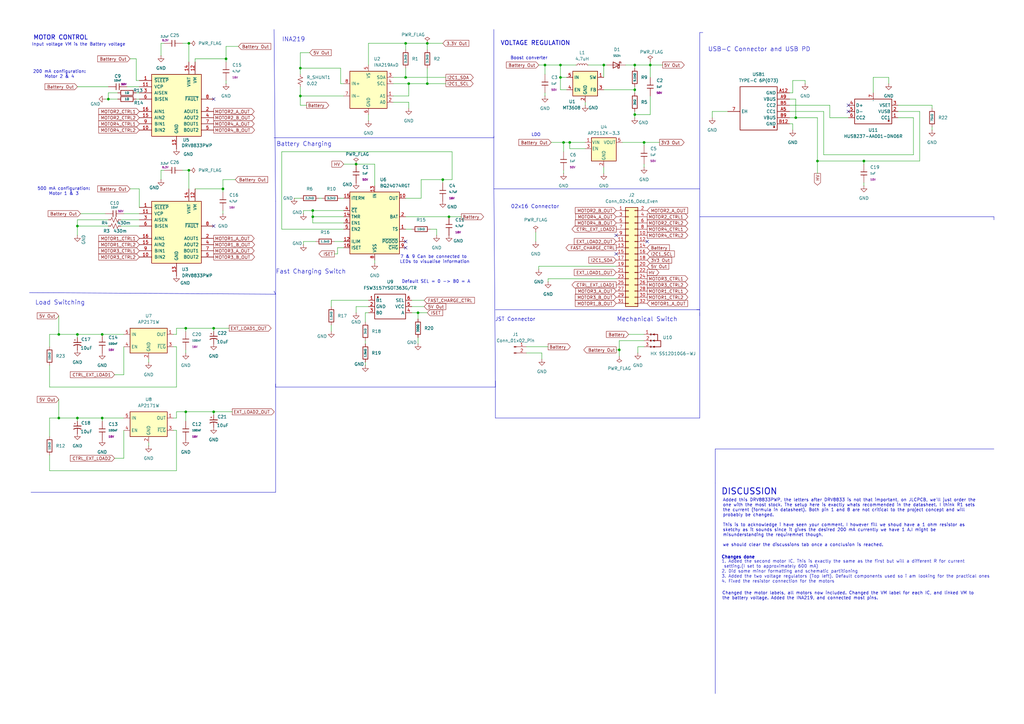
<source format=kicad_sch>
(kicad_sch (version 20250114) (generator "eeschema") (generator_version "9.0")
  (paper "A3")
  (title_block (title "EEE3088F PCB Circuit") (date "2025-03-23") (rev "v1.1") (company "University of Cape Town"))
  (text "Default SEL = 0 -> B0 = A" (at 178.816 115.57 0) (effects (font (size 1.27 1.27))))
  (text "JST Connector" (at 211.328 131.064 0) (effects (font (size 1.524 1.524))))
  (text "Battery Charging" (at 124.714 59.182 0) (effects (font (size 1.778 1.778))))
  (text "Mechanical Switch" (at 265.43 131.064 0) (effects (font (size 1.778 1.778))))
  (text "INA219" (at 120.396 16.256 0) (effects (font (size 1.778 1.778))))
  (text "200 mA configuration:\nMotor 2 & 4" (at 24.384 30.48 0) (effects (font (size 1.27 1.27))))
  (text "VOLTAGE REGULATION" (at 205.232 17.78 0) (effects (font (size 1.778 1.778) (thickness 0.254) (bold yes)) (justify left)))
  (text "LDO" (at 217.932 55.372 0) (effects (font (size 1.27 1.27) (thickness 0.1588)) (justify left)))
  (text "02x16 Connector" (at 219.456 84.836 0) (effects (font (size 1.524 1.524))))
  (text "Added this DRV8833PWP, the letters after DRV8833 is not that important, on JLCPCB, we'll just order the \none with the most stock. The setup here is exactly whats recommended in the datasheet. I think R1 sets \nthe current (formula in datasheet). Both pin 1 and 8 are not critical to the project concept and will\nprobably be changed.\n\nThis is to acknowledge i have seen your comment. I however fill we shoud have a 1 ohm resistor as \nsketchy as it sounds since it gives the desired 200 mA currently we have 1 A.I might be \nmisunderstanding the requiremnet though.  \n\nwe should clear the discussions tab once a conclusion is reached." (exclude_from_sim yes) (at 296.418 214.376 0) (effects (font (size 1.27 1.27)) (justify left)))
  (text "USB-C Connector and USB PD" (at 311.404 20.32 0) (effects (font (size 1.778 1.778))))
  (text "DISCUSSION" (exclude_from_sim yes) (at 307.34 201.676 0) (effects (font (size 2.54 2.54) (thickness 0.3048) (bold yes))))
  (text "1. Added the second motor IC. This is exactly the same as the first but will a different R for current\n setting.(I set to approximately 600 mA)\n2. Did some minor formatting and schematic partitioning\n3. Added the two voltage regulators (Top left). Default components used so i am looking for the practical ones\n4. Fixed the resistor connection for the motors" (at 295.91 234.442 0) (effects (font (size 1.27 1.27) (thickness 0.127)) (justify left)))
  (text "Changes done" (exclude_from_sim yes) (at 302.768 228.6 0) (effects (font (size 1.27 1.27) (thickness 0.254) (bold yes))))
  (text "MOTOR CONTROL\n" (at 24.892 15.494 0) (effects (font (size 1.778 1.778) (thickness 0.254) (bold yes))))
  (text "Load Switching" (at 24.638 124.206 0) (effects (font (size 1.778 1.778))))
  (text "500 mA configuration:\nMotor 1 & 3" (at 26.162 78.486 0) (effects (font (size 1.27 1.27))))
  (text "7 & 9 Can be connected to \nLEDs to visualise information" (at 178.308 106.426 0) (effects (font (size 1.27 1.27))))
  (text "Fast Charging Switch" (at 127.508 111.506 0) (effects (font (size 1.778 1.778))))
  (text "Input voltage VM is the Battery voltage" (at 32.258 18.288 0) (effects (font (size 1.27 1.27))))
  (text "Changed the motor labels, all motors now included. Changed the VM label for each IC, and linked VM to\nthe battery voltage. Added the INA219, and connected most pins." (at 296.164 244.348 0) (effects (font (size 1.27 1.27)) (justify left)))
  (text "Boost converter" (at 209.296 23.876 0) (effects (font (size 1.27 1.27) (thickness 0.1588)) (justify left)))
  (junction (at 181.61 73.66))
  (junction (at 175.26 17.78))
  (junction (at 77.47 17.78))
  (junction (at 167.64 34.29))
  (junction (at 128.27 88.9))
  (junction (at 166.37 31.75))
  (junction (at 260.35 46.99))
  (junction (at 92.71 24.13))
  (junction (at 87.63 134.62))
  (junction (at 254 143.51))
  (junction (at 260.35 26.67))
  (junction (at 128.27 86.36))
  (junction (at 335.28 66.04))
  (junction (at 31.75 92.71))
  (junction (at 24.13 171.45))
  (junction (at 166.37 17.78))
  (junction (at 223.52 26.67))
  (junction (at 354.33 66.04))
  (junction (at 24.13 137.16))
  (junction (at 233.68 58.42))
  (junction (at 41.91 137.16))
  (junction (at 76.2 168.91))
  (junction (at 31.75 137.16))
  (junction (at 171.45 128.27))
  (junction (at 123.19 39.37))
  (junction (at 87.63 168.91))
  (junction (at 266.7 26.67))
  (junction (at 231.14 58.42))
  (junction (at 41.91 171.45))
  (junction (at 91.44 77.47))
  (junction (at 260.35 36.83))
  (junction (at 229.87 26.67))
  (junction (at 264.16 58.42))
  (junction (at 326.39 48.26))
  (junction (at 175.26 34.29))
  (junction (at 44.45 40.64))
  (junction (at 31.75 171.45))
  (junction (at 76.2 134.62))
  (junction (at 146.05 67.31))
  (junction (at 184.15 88.9))
  (junction (at 229.87 31.75))
  (junction (at 123.19 27.94))
  (junction (at 77.47 69.85))
  (junction (at 247.65 26.67))
  (no_connect (at 166.37 101.6))
  (no_connect (at 166.37 99.06))
  (no_connect (at 87.63 40.64))
  (no_connect (at 252.73 96.52))
  (no_connect (at 252.73 104.14))
  (no_connect (at 347.98 45.72))
  (no_connect (at 265.43 99.06))
  (no_connect (at 87.63 92.71))
  (no_connect (at 347.98 43.18))
  (wire (pts (xy 374.65 48.26) (xy 368.3 48.26)))
  (polyline (pts (xy 287.02 128.27) (xy 287.02 171.45)))
  (wire (pts (xy 175.26 27.94) (xy 175.26 34.29)))
  (wire (pts (xy 323.85 48.26) (xy 326.39 48.26)))
  (wire (pts (xy 31.75 137.16) (xy 24.13 137.16)))
  (wire (pts (xy 185.42 62.23) (xy 185.42 73.66)))
  (wire (pts (xy 271.78 26.67) (xy 266.7 26.67)))
  (wire (pts (xy 135.89 123.19) (xy 151.13 123.19)))
  (wire (pts (xy 137.16 104.14) (xy 138.43 104.14)))
  (wire (pts (xy 87.63 168.91) (xy 87.63 170.18)))
  (wire (pts (xy 139.7 34.29) (xy 139.7 27.94)))
  (wire (pts (xy 260.35 26.67) (xy 266.7 26.67)))
  (polyline (pts (xy 287.02 13.335) (xy 288.29 13.335)))
  (polyline (pts (xy 113.03 120.65) (xy 113.03 158.75)))
  (wire (pts (xy 49.53 92.71) (xy 57.15 92.71)))
  (polyline (pts (xy 202.565 56.515) (xy 202.565 55.88)))
  (wire (pts (xy 50.8 187.96) (xy 46.99 187.96)))
  (wire (pts (xy 247.65 31.75) (xy 247.65 26.67)))
  (wire (pts (xy 266.7 25.4) (xy 266.7 26.67)))
  (wire (pts (xy 231.14 69.85) (xy 231.14 71.12)))
  (polyline (pts (xy 12.7 201.93) (xy 113.03 201.93)))
  (wire (pts (xy 91.44 73.66) (xy 91.44 77.47)))
  (wire (pts (xy 224.79 115.57) (xy 224.79 114.3)))
  (wire (pts (xy 41.91 171.45) (xy 31.75 171.45)))
  (wire (pts (xy 323.85 45.72) (xy 337.82 45.72)))
  (wire (pts (xy 184.15 88.9) (xy 189.23 88.9)))
  (wire (pts (xy 241.3 26.67) (xy 247.65 26.67)))
  (wire (pts (xy 50.8 171.45) (xy 41.91 171.45)))
  (wire (pts (xy 223.52 26.67) (xy 229.87 26.67)))
  (wire (pts (xy 358.14 38.1) (xy 358.14 31.75)))
  (wire (pts (xy 182.88 31.75) (xy 166.37 31.75)))
  (wire (pts (xy 74.93 69.85) (xy 77.47 69.85)))
  (wire (pts (xy 91.44 87.63) (xy 91.44 86.36)))
  (wire (pts (xy 129.54 99.06) (xy 124.46 99.06)))
  (wire (pts (xy 247.65 68.58) (xy 247.65 71.12)))
  (wire (pts (xy 71.12 142.24) (xy 72.39 142.24)))
  (wire (pts (xy 323.85 50.8) (xy 325.12 50.8)))
  (wire (pts (xy 135.89 133.35) (xy 135.89 135.89)))
  (polyline (pts (xy 113.03 82.55) (xy 113.03 120.65)))
  (wire (pts (xy 222.25 144.78) (xy 222.25 147.32)))
  (wire (pts (xy 149.86 128.27) (xy 149.86 132.08)))
  (wire (pts (xy 31.75 171.45) (xy 31.75 172.72)))
  (wire (pts (xy 128.27 88.9) (xy 140.97 88.9)))
  (wire (pts (xy 24.13 137.16) (xy 20.32 137.16)))
  (wire (pts (xy 264.16 67.31) (xy 264.16 68.58)))
  (wire (pts (xy 240.03 43.18) (xy 240.03 41.91)))
  (wire (pts (xy 335.28 71.12) (xy 335.28 66.04)))
  (wire (pts (xy 168.91 93.98) (xy 166.37 93.98)))
  (wire (pts (xy 135.89 123.19) (xy 135.89 125.73)))
  (wire (pts (xy 124.46 86.36) (xy 128.27 86.36)))
  (wire (pts (xy 97.79 19.05) (xy 92.71 19.05)))
  (wire (pts (xy 168.91 125.73) (xy 173.99 125.73)))
  (wire (pts (xy 266.7 39.37) (xy 266.7 46.99)))
  (wire (pts (xy 232.41 36.83) (xy 229.87 36.83)))
  (wire (pts (xy 80.01 77.47) (xy 91.44 77.47)))
  (wire (pts (xy 354.33 66.04) (xy 354.33 67.31)))
  (wire (pts (xy 260.35 46.99) (xy 260.35 48.26)))
  (wire (pts (xy 124.46 99.06) (xy 124.46 100.33)))
  (wire (pts (xy 72.39 168.91) (xy 76.2 168.91)))
  (wire (pts (xy 171.45 128.27) (xy 175.26 128.27)))
  (wire (pts (xy 77.47 17.78) (xy 77.47 25.4)))
  (wire (pts (xy 264.16 142.24) (xy 261.62 142.24)))
  (wire (pts (xy 72.39 171.45) (xy 72.39 168.91)))
  (wire (pts (xy 66.04 22.86) (xy 66.04 17.78)))
  (wire (pts (xy 151.13 128.27) (xy 149.86 128.27)))
  (wire (pts (xy 255.27 58.42) (xy 264.16 58.42)))
  (wire (pts (xy 260.35 45.72) (xy 260.35 46.99)))
  (wire (pts (xy 20.32 158.75) (xy 72.39 158.75)))
  (wire (pts (xy 260.35 36.83) (xy 260.35 38.1)))
  (polyline (pts (xy 203.2 171.45) (xy 287.02 171.45)))
  (wire (pts (xy 87.63 134.62) (xy 87.63 135.89)))
  (wire (pts (xy 146.05 67.31) (xy 153.67 67.31)))
  (wire (pts (xy 323.85 43.18) (xy 340.36 43.18)))
  (wire (pts (xy 44.45 90.17) (xy 31.75 90.17)))
  (wire (pts (xy 96.52 73.66) (xy 91.44 73.66)))
  (wire (pts (xy 330.2 33.02) (xy 330.2 34.29)))
  (wire (pts (xy 354.33 66.04) (xy 335.28 66.04)))
  (wire (pts (xy 24.13 171.45) (xy 20.32 171.45)))
  (wire (pts (xy 50.8 176.53) (xy 50.8 187.96)))
  (wire (pts (xy 124.46 86.36) (xy 124.46 87.63)))
  (wire (pts (xy 146.05 125.73) (xy 146.05 128.27)))
  (wire (pts (xy 53.34 77.47) (xy 57.15 77.47)))
  (wire (pts (xy 368.3 45.72) (xy 377.19 45.72)))
  (wire (pts (xy 325.12 33.02) (xy 330.2 33.02)))
  (wire (pts (xy 254 143.51) (xy 254 146.05)))
  (wire (pts (xy 181.61 17.78) (xy 175.26 17.78)))
  (wire (pts (xy 80.01 24.13) (xy 80.01 25.4)))
  (wire (pts (xy 92.71 33.02) (xy 92.71 34.29)))
  (wire (pts (xy 49.53 90.17) (xy 57.15 90.17)))
  (wire (pts (xy 167.64 41.91) (xy 167.64 44.45)))
  (wire (pts (xy 127 21.59) (xy 123.19 21.59)))
  (wire (pts (xy 60.96 181.61) (xy 60.96 182.88)))
  (wire (pts (xy 43.18 87.63) (xy 33.02 87.63)))
  (wire (pts (xy 166.37 17.78) (xy 166.37 20.32)))
  (wire (pts (xy 229.87 31.75) (xy 232.41 31.75)))
  (wire (pts (xy 66.04 69.85) (xy 67.31 69.85)))
  (wire (pts (xy 292.1 45.72) (xy 292.1 48.26)))
  (wire (pts (xy 226.06 58.42) (xy 231.14 58.42)))
  (wire (pts (xy 377.19 66.04) (xy 354.33 66.04)))
  (wire (pts (xy 252.73 143.51) (xy 254 143.51)))
  (wire (pts (xy 323.85 38.1) (xy 325.12 38.1)))
  (wire (pts (xy 55.88 38.1) (xy 57.15 38.1)))
  (wire (pts (xy 41.91 137.16) (xy 50.8 137.16)))
  (wire (pts (xy 77.47 69.85) (xy 77.47 77.47)))
  (wire (pts (xy 72.39 193.04) (xy 72.39 176.53)))
  (polyline (pts (xy 203.2 156.21) (xy 203.2 171.45)))
  (wire (pts (xy 140.97 81.28) (xy 139.7 81.28)))
  (polyline (pts (xy 113.03 158.75) (xy 203.2 158.75)))
  (wire (pts (xy 325.12 50.8) (xy 325.12 53.34)))
  (wire (pts (xy 224.79 114.3) (xy 252.73 114.3)))
  (wire (pts (xy 50.8 142.24) (xy 50.8 153.67)))
  (wire (pts (xy 229.87 26.67) (xy 229.87 31.75)))
  (wire (pts (xy 323.85 40.64) (xy 326.39 40.64)))
  (wire (pts (xy 123.19 39.37) (xy 140.97 39.37)))
  (wire (pts (xy 71.12 171.45) (xy 72.39 171.45)))
  (wire (pts (xy 53.34 24.13) (xy 55.88 24.13)))
  (polyline (pts (xy 287.02 127) (xy 287.02 129.54)))
  (wire (pts (xy 140.97 91.44) (xy 128.27 91.44)))
  (wire (pts (xy 50.8 153.67) (xy 46.99 153.67)))
  (wire (pts (xy 220.98 109.22) (xy 252.73 109.22)))
  (wire (pts (xy 166.37 81.28) (xy 172.72 81.28)))
  (wire (pts (xy 264.16 58.42) (xy 264.16 59.69)))
  (wire (pts (xy 161.29 41.91) (xy 167.64 41.91)))
  (wire (pts (xy 48.26 38.1) (xy 44.45 38.1)))
  (wire (pts (xy 161.29 39.37) (xy 167.64 39.37)))
  (wire (pts (xy 382.27 43.18) (xy 382.27 44.45)))
  (wire (pts (xy 266.7 26.67) (xy 266.7 31.75)))
  (wire (pts (xy 74.93 17.78) (xy 77.47 17.78)))
  (wire (pts (xy 92.71 24.13) (xy 92.71 25.4)))
  (wire (pts (xy 153.67 106.68) (xy 153.67 107.95)))
  (wire (pts (xy 257.81 137.16) (xy 264.16 137.16)))
  (wire (pts (xy 55.88 24.13) (xy 55.88 33.02)))
  (wire (pts (xy 176.53 93.98) (xy 179.07 93.98)))
  (wire (pts (xy 72.39 158.75) (xy 72.39 142.24)))
  (wire (pts (xy 128.27 86.36) (xy 128.27 88.9)))
  (wire (pts (xy 168.91 123.19) (xy 173.99 123.19)))
  (wire (pts (xy 219.71 95.25) (xy 219.71 99.06)))
  (wire (pts (xy 140.97 86.36) (xy 128.27 86.36)))
  (wire (pts (xy 175.26 17.78) (xy 175.26 20.32)))
  (polyline (pts (xy 113.03 120.65) (xy 112.395 119.38)))
  (polyline (pts (xy 287.02 88.9) (xy 407.67 88.9)))
  (wire (pts (xy 60.96 147.32) (xy 60.96 148.59)))
  (wire (pts (xy 166.37 88.9) (xy 184.15 88.9)))
  (wire (pts (xy 87.63 168.91) (xy 95.25 168.91)))
  (wire (pts (xy 254 139.7) (xy 264.16 139.7)))
  (wire (pts (xy 377.19 45.72) (xy 377.19 66.04)))
  (wire (pts (xy 50.8 87.63) (xy 57.15 87.63)))
  (wire (pts (xy 233.68 58.42) (xy 240.03 58.42)))
  (wire (pts (xy 215.9 142.24) (xy 224.79 142.24)))
  (wire (pts (xy 92.71 19.05) (xy 92.71 24.13)))
  (wire (pts (xy 132.08 81.28) (xy 130.81 81.28)))
  (polyline (pts (xy 287.02 127) (xy 287.02 13.335)))
  (wire (pts (xy 254 139.7) (xy 254 143.51)))
  (polyline (pts (xy 203.2 158.75) (xy 202.565 77.47)))
  (wire (pts (xy 229.87 36.83) (xy 229.87 31.75)))
  (wire (pts (xy 44.45 38.1) (xy 44.45 40.64)))
  (polyline (pts (xy 202.565 77.47) (xy 287.02 77.47)))
  (wire (pts (xy 72.39 134.62) (xy 76.2 134.62)))
  (wire (pts (xy 76.2 134.62) (xy 76.2 135.89)))
  (wire (pts (xy 247.65 36.83) (xy 260.35 36.83)))
  (wire (pts (xy 215.9 144.78) (xy 222.25 144.78)))
  (wire (pts (xy 161.29 31.75) (xy 166.37 31.75)))
  (wire (pts (xy 240.03 60.96) (xy 233.68 60.96)))
  (wire (pts (xy 358.14 31.75) (xy 364.49 31.75)))
  (wire (pts (xy 231.14 58.42) (xy 233.68 58.42)))
  (wire (pts (xy 128.27 91.44) (xy 128.27 88.9)))
  (wire (pts (xy 340.36 48.26) (xy 347.98 48.26)))
  (wire (pts (xy 220.98 110.49) (xy 220.98 109.22)))
  (wire (pts (xy 20.32 171.45) (xy 20.32 179.07)))
  (wire (pts (xy 76.2 168.91) (xy 87.63 168.91)))
  (polyline (pts (xy 293.37 198.12) (xy 293.37 284.48)))
  (wire (pts (xy 167.64 34.29) (xy 167.64 39.37)))
  (wire (pts (xy 66.04 17.78) (xy 67.31 17.78)))
  (wire (pts (xy 335.28 48.26) (xy 326.39 48.26)))
  (polyline (pts (xy 287.02 127) (xy 287.02 127)))
  (wire (pts (xy 123.19 39.37) (xy 123.19 35.56)))
  (wire (pts (xy 354.33 74.93) (xy 354.33 76.2)))
  (wire (pts (xy 44.45 40.64) (xy 48.26 40.64)))
  (wire (pts (xy 76.2 143.51) (xy 76.2 144.78)))
  (wire (pts (xy 171.45 128.27) (xy 171.45 130.81)))
  (wire (pts (xy 55.88 33.02) (xy 57.15 33.02)))
  (wire (pts (xy 161.29 34.29) (xy 167.64 34.29)))
  (wire (pts (xy 149.86 148.59) (xy 149.86 149.86)))
  (wire (pts (xy 91.44 78.74) (xy 91.44 77.47)))
  (wire (pts (xy 20.32 149.86) (xy 20.32 158.75)))
  (wire (pts (xy 151.13 17.78) (xy 166.37 17.78)))
  (wire (pts (xy 139.7 27.94) (xy 123.19 27.94)))
  (polyline (pts (xy 112.395 56.515) (xy 202.565 56.515)))
  (wire (pts (xy 368.3 43.18) (xy 382.27 43.18)))
  (wire (pts (xy 137.16 99.06) (xy 140.97 99.06)))
  (wire (pts (xy 223.52 26.67) (xy 223.52 30.48)))
  (wire (pts (xy 123.19 27.94) (xy 123.19 30.48)))
  (wire (pts (xy 146.05 125.73) (xy 151.13 125.73)))
  (wire (pts (xy 261.62 142.24) (xy 261.62 144.78)))
  (wire (pts (xy 76.2 168.91) (xy 76.2 172.72)))
  (wire (pts (xy 151.13 17.78) (xy 151.13 26.67)))
  (polyline (pts (xy 407.67 88.9) (xy 407.67 90.17)))
  (wire (pts (xy 172.72 73.66) (xy 181.61 73.66)))
  (wire (pts (xy 55.88 40.64) (xy 57.15 40.64)))
  (wire (pts (xy 247.65 26.67) (xy 248.92 26.67)))
  (wire (pts (xy 31.75 137.16) (xy 31.75 138.43)))
  (wire (pts (xy 149.86 140.97) (xy 149.86 139.7)))
  (wire (pts (xy 340.36 43.18) (xy 340.36 48.26)))
  (wire (pts (xy 31.75 171.45) (xy 24.13 171.45)))
  (polyline (pts (xy 113.03 157.48) (xy 113.03 201.93)))
  (wire (pts (xy 229.87 26.67) (xy 236.22 26.67)))
  (wire (pts (xy 43.18 40.64) (xy 44.45 40.64)))
  (wire (pts (xy 337.82 63.5) (xy 374.65 63.5)))
  (wire (pts (xy 168.91 128.27) (xy 171.45 128.27)))
  (wire (pts (xy 153.67 67.31) (xy 153.67 76.2)))
  (wire (pts (xy 179.07 93.98) (xy 179.07 96.52)))
  (wire (pts (xy 171.45 138.43) (xy 171.45 140.97)))
  (wire (pts (xy 223.52 38.1) (xy 223.52 39.37)))
  (wire (pts (xy 335.28 66.04) (xy 335.28 48.26)))
  (wire (pts (xy 115.57 93.98) (xy 115.57 62.23)))
  (wire (pts (xy 139.7 34.29) (xy 140.97 34.29)))
  (wire (pts (xy 231.14 58.42) (xy 231.14 62.23)))
  (polyline (pts (xy 202.565 12.065) (xy 202.565 77.47)))
  (wire (pts (xy 266.7 46.99) (xy 260.35 46.99)))
  (wire (pts (xy 172.72 81.28) (xy 172.72 73.66)))
  (wire (pts (xy 256.54 26.67) (xy 260.35 26.67)))
  (wire (pts (xy 44.45 92.71) (xy 31.75 92.71)))
  (wire (pts (xy 31.75 137.16) (xy 41.91 137.16)))
  (wire (pts (xy 138.43 101.6) (xy 140.97 101.6)))
  (wire (pts (xy 260.35 35.56) (xy 260.35 36.83)))
  (polyline (pts (xy 293.37 184.15) (xy 407.67 184.15)))
  (wire (pts (xy 151.13 46.99) (xy 151.13 49.53)))
  (wire (pts (xy 220.98 26.67) (xy 223.52 26.67)))
  (wire (pts (xy 140.97 93.98) (xy 115.57 93.98)))
  (wire (pts (xy 233.68 60.96) (xy 233.68 58.42)))
  (wire (pts (xy 264.16 58.42) (xy 270.51 58.42)))
  (polyline (pts (xy 203.2 127) (xy 287.02 127)))
  (wire (pts (xy 115.57 62.23) (xy 185.42 62.23)))
  (wire (pts (xy 31.75 90.17) (xy 31.75 92.71)))
  (wire (pts (xy 52.07 35.56) (xy 57.15 35.56)))
  (wire (pts (xy 382.27 52.07) (xy 382.27 53.34)))
  (polyline (pts (xy 112.395 12.065) (xy 113.03 82.55)))
  (wire (pts (xy 181.61 73.66) (xy 181.61 74.93)))
  (wire (pts (xy 80.01 24.13) (xy 92.71 24.13)))
  (wire (pts (xy 20.32 186.69) (xy 20.32 193.04)))
  (wire (pts (xy 326.39 40.64) (xy 326.39 48.26)))
  (wire (pts (xy 166.37 27.94) (xy 166.37 31.75)))
  (wire (pts (xy 87.63 134.62) (xy 93.98 134.62)))
  (wire (pts (xy 166.37 17.78) (xy 175.26 17.78)))
  (wire (pts (xy 364.49 31.75) (xy 364.49 34.29)))
  (wire (pts (xy 71.12 176.53) (xy 72.39 176.53)))
  (wire (pts (xy 125.73 43.18) (xy 123.19 43.18)))
  (wire (pts (xy 138.43 104.14) (xy 138.43 101.6)))
  (wire (pts (xy 20.32 137.16) (xy 20.32 142.24)))
  (polyline (pts (xy 293.37 184.15) (xy 293.37 198.12)))
  (wire (pts (xy 72.39 137.16) (xy 72.39 134.62)))
  (wire (pts (xy 374.65 63.5) (xy 374.65 48.26)))
  (wire (pts (xy 31.75 92.71) (xy 31.75 96.52)))
  (wire (pts (xy 182.88 34.29) (xy 175.26 34.29)))
  (wire (pts (xy 24.13 163.83) (xy 24.13 171.45)))
  (wire (pts (xy 41.91 171.45) (xy 41.91 172.72)))
  (wire (pts (xy 66.04 73.66) (xy 66.04 69.85)))
  (wire (pts (xy 31.75 35.56) (xy 44.45 35.56)))
  (wire (pts (xy 24.13 129.54) (xy 24.13 137.16)))
  (polyline (pts (xy 285.75 127) (xy 287.02 127)))
  (wire (pts (xy 175.26 34.29) (xy 167.64 34.29)))
  (polyline (pts (xy 285.75 127) (xy 287.02 127)))
  (polyline (pts (xy 12.065 120.015) (xy 113.03 120.65)))
  (wire (pts (xy 71.12 137.16) (xy 72.39 137.16)))
  (wire (pts (xy 140.97 67.31) (xy 146.05 67.31)))
  (wire (pts (xy 57.15 77.47) (xy 57.15 85.09)))
  (wire (pts (xy 181.61 73.66) (xy 185.42 73.66)))
  (wire (pts (xy 298.45 45.72) (xy 292.1 45.72)))
  (wire (pts (xy 260.35 26.67) (xy 260.35 27.94)))
  (wire (pts (xy 123.19 81.28) (xy 120.65 81.28)))
  (wire (pts (xy 20.32 193.04) (xy 72.39 193.04)))
  (wire (pts (xy 123.19 43.18) (xy 123.19 39.37)))
  (wire (pts (xy 123.19 21.59) (xy 123.19 27.94)))
  (wire (pts (xy 337.82 45.72) (xy 337.82 63.5)))
  (wire (pts (xy 325.12 38.1) (xy 325.12 33.02)))
  (wire (pts (xy 76.2 134.62) (xy 87.63 134.62)))
  (global_label "FAST_CHARGE_CTRL" (shape input) (at 173.99 123.19 0) (property "Intersheetrefs" "${INTERSHEET_REFS}" (effects (hide yes))))
  (global_label "Battery Out" (shape input) (at 220.98 26.67 180) (property "Intersheetrefs" "${INTERSHEET_REFS}" (effects (hide yes))))
  (global_label "MOTOR2_CTRL2" (shape input) (at 57.15 48.26 180) (property "Intersheetrefs" "${INTERSHEET_REFS}" (effects (hide yes))))
  (global_label "MOTOR3_A_OUT" (shape output) (at 87.63 102.87 0) (property "Intersheetrefs" "${INTERSHEET_REFS}" (effects (hide yes))))
  (global_label "CTRL_EXT_LOAD1" (shape input) (at 46.99 153.67 180) (property "Intersheetrefs" "${INTERSHEET_REFS}" (effects (hide yes))))
  (global_label "Battery Out" (shape input) (at 53.34 24.13 180) (property "Intersheetrefs" "${INTERSHEET_REFS}" (effects (hide yes))))
  (global_label "MOTOR1_A_OUT" (shape input) (at 265.43 124.46 0) (property "Intersheetrefs" "${INTERSHEET_REFS}" (effects (hide yes))))
  (global_label "MOTOR3_CTRL1" (shape output) (at 265.43 114.3 0) (property "Intersheetrefs" "${INTERSHEET_REFS}" (effects (hide yes))))
  (global_label "MOTOR4_B_OUT" (shape input) (at 252.73 91.44 180) (property "Intersheetrefs" "${INTERSHEET_REFS}" (effects (hide yes))))
  (global_label "3.3V Out" (shape input) (at 181.61 17.78 0) (property "Intersheetrefs" "${INTERSHEET_REFS}" (effects (hide yes))))
  (global_label "MOTOR1_CTRL1" (shape input) (at 57.15 97.79 180) (property "Intersheetrefs" "${INTERSHEET_REFS}" (effects (hide yes))))
  (global_label "EXT_LOAD1_OUT" (shape input) (at 252.73 111.76 180) (property "Intersheetrefs" "${INTERSHEET_REFS}" (effects (hide yes))))
  (global_label "3V3 Out" (shape input) (at 265.43 106.68 0) (property "Intersheetrefs" "${INTERSHEET_REFS}" (effects (hide yes))))
  (global_label "MOTOR2_CTRL2" (shape output) (at 265.43 91.44 0) (property "Intersheetrefs" "${INTERSHEET_REFS}" (effects (hide yes))))
  (global_label "ISET" (shape output) (at 137.16 104.14 180) (property "Intersheetrefs" "${INTERSHEET_REFS}" (effects (hide yes))))
  (global_label "MOTOR4_B_OUT" (shape output) (at 87.63 53.34 0) (property "Intersheetrefs" "${INTERSHEET_REFS}" (effects (hide yes))))
  (global_label "CTRL_EXT_LOAD2" (shape input) (at 46.99 187.96 180) (property "Intersheetrefs" "${INTERSHEET_REFS}" (effects (hide yes))))
  (global_label "5V Out" (shape input) (at 173.99 125.73 0) (property "Intersheetrefs" "${INTERSHEET_REFS}" (effects (hide yes))))
  (global_label "Battery Out" (shape output) (at 252.73 143.51 180) (property "Intersheetrefs" "${INTERSHEET_REFS}" (effects (hide yes))))
  (global_label "5V Out" (shape input) (at 127 21.59 0) (property "Intersheetrefs" "${INTERSHEET_REFS}" (effects (hide yes))))
  (global_label "Battery Out" (shape input) (at 31.75 35.56 180) (property "Intersheetrefs" "${INTERSHEET_REFS}" (effects (hide yes))))
  (global_label "MOTOR2_B_OUT" (shape input) (at 252.73 86.36 180) (property "Intersheetrefs" "${INTERSHEET_REFS}" (effects (hide yes))))
  (global_label "MOTOR3_B_OUT" (shape input) (at 252.73 121.92 180) (property "Intersheetrefs" "${INTERSHEET_REFS}" (effects (hide yes))))
  (global_label "I2C1_SCL" (shape output) (at 182.88 34.29 0) (property "Intersheetrefs" "${INTERSHEET_REFS}" (effects (hide yes))))
  (global_label "Battery Out" (shape input) (at 33.02 87.63 180) (property "Intersheetrefs" "${INTERSHEET_REFS}" (effects (hide yes))))
  (global_label "EXT_LOAD2_OUT" (shape input) (at 252.73 99.06 180) (property "Intersheetrefs" "${INTERSHEET_REFS}" (effects (hide yes))))
  (global_label "MOTOR4_CTRL2" (shape input) (at 57.15 53.34 180) (property "Intersheetrefs" "${INTERSHEET_REFS}" (effects (hide yes))))
  (global_label "5V Out" (shape input) (at 24.13 129.54 180) (property "Intersheetrefs" "${INTERSHEET_REFS}" (effects (hide yes))))
  (global_label "3V3 Out" (shape output) (at 270.51 58.42 0) (effects (font (thickness 0.1588))) (property "Intersheetrefs" "${INTERSHEET_REFS}" (effects (hide yes))))
  (global_label "ISET" (shape input) (at 175.26 128.27 0) (property "Intersheetrefs" "${INTERSHEET_REFS}" (effects (hide yes))))
  (global_label "HV" (shape input) (at 140.97 67.31 180) (property "Intersheetrefs" "${INTERSHEET_REFS}" (effects (hide yes))))
  (global_label "MOTOR1_CTRL2" (shape input) (at 57.15 100.33 180) (property "Intersheetrefs" "${INTERSHEET_REFS}" (effects (hide yes))))
  (global_label "Battery Out" (shape input) (at 96.52 73.66 0) (property "Intersheetrefs" "${INTERSHEET_REFS}" (effects (hide yes))))
  (global_label "MOTOR2_CTRL1" (shape input) (at 57.15 45.72 180) (property "Intersheetrefs" "${INTERSHEET_REFS}" (effects (hide yes))))
  (global_label "MOTOR2_B_OUT" (shape output) (at 87.63 48.26 0) (property "Intersheetrefs" "${INTERSHEET_REFS}" (effects (hide yes))))
  (global_label "MOTOR3_B_OUT" (shape output) (at 87.63 105.41 0) (property "Intersheetrefs" "${INTERSHEET_REFS}" (effects (hide yes))))
  (global_label "Battery" (shape input) (at 265.43 101.6 0) (property "Intersheetrefs" "${INTERSHEET_REFS}" (effects (hide yes))))
  (global_label "MOTOR1_A_OUT" (shape output) (at 87.63 97.79 0) (property "Intersheetrefs" "${INTERSHEET_REFS}" (effects (hide yes))))
  (global_label "Battery Out" (shape input) (at 226.06 58.42 180) (property "Intersheetrefs" "${INTERSHEET_REFS}" (effects (hide yes))))
  (global_label "Battery Out" (shape input) (at 53.34 77.47 180) (property "Intersheetrefs" "${INTERSHEET_REFS}" (effects (hide yes))))
  (global_label "I2C1_SDA" (shape output) (at 182.88 31.75 0) (property "Intersheetrefs" "${INTERSHEET_REFS}" (effects (hide yes))))
  (global_label "MOTOR1_CTRL1" (shape output) (at 265.43 119.38 0) (property "Intersheetrefs" "${INTERSHEET_REFS}" (effects (hide yes))))
  (global_label "Battery" (shape output) (at 224.79 142.24 0) (property "Intersheetrefs" "${INTERSHEET_REFS}" (effects (hide yes))))
  (global_label "MOTOR1_CTRL2" (shape output) (at 265.43 121.92 0) (property "Intersheetrefs" "${INTERSHEET_REFS}" (effects (hide yes))))
  (global_label "CTRL_EXT_LOAD2" (shape output) (at 252.73 93.98 180) (property "Intersheetrefs" "${INTERSHEET_REFS}" (effects (hide yes))))
  (global_label "MOTOR4_A_OUT" (shape output) (at 87.63 50.8 0) (property "Intersheetrefs" "${INTERSHEET_REFS}" (effects (hide yes))))
  (global_label "MOTOR4_CTRL1" (shape input) (at 57.15 50.8 180) (property "Intersheetrefs" "${INTERSHEET_REFS}" (effects (hide yes))))
  (global_label "MOTOR3_CTRL1" (shape input) (at 57.15 102.87 180) (property "Intersheetrefs" "${INTERSHEET_REFS}" (effects (hide yes))))
  (global_label "Battery" (shape output) (at 189.23 88.9 0) (property "Intersheetrefs" "${INTERSHEET_REFS}" (effects (hide yes))))
  (global_label "I2C1_SDA" (shape input) (at 252.73 106.68 180) (property "Intersheetrefs" "${INTERSHEET_REFS}" (effects (hide yes))))
  (global_label "Battery Out" (shape input) (at 97.79 19.05 0) (property "Intersheetrefs" "${INTERSHEET_REFS}" (effects (hide yes))))
  (global_label "MOTOR1_B_OUT" (shape input) (at 252.73 124.46 180) (property "Intersheetrefs" "${INTERSHEET_REFS}" (effects (hide yes))))
  (global_label "MOTOR3_CTRL2" (shape input) (at 57.15 105.41 180) (property "Intersheetrefs" "${INTERSHEET_REFS}" (effects (hide yes))))
  (global_label "CTRL_EXT_LOAD1" (shape output) (at 252.73 116.84 180) (property "Intersheetrefs" "${INTERSHEET_REFS}" (effects (hide yes))))
  (global_label "5V Out" (shape input) (at 265.43 109.22 0) (property "Intersheetrefs" "${INTERSHEET_REFS}" (effects (hide yes))))
  (global_label "I2C1_SCL" (shape input) (at 265.43 104.14 0) (property "Intersheetrefs" "${INTERSHEET_REFS}" (effects (hide yes))))
  (global_label "Battery" (shape input) (at 257.81 137.16 180) (property "Intersheetrefs" "${INTERSHEET_REFS}" (effects (hide yes))))
  (global_label "MOTOR4_A_OUT" (shape input) (at 252.73 88.9 180) (property "Intersheetrefs" "${INTERSHEET_REFS}" (effects (hide yes))))
  (global_label "HV" (shape output) (at 265.43 111.76 0) (property "Intersheetrefs" "${INTERSHEET_REFS}" (effects (hide yes))))
  (global_label "Battery" (shape output) (at 125.73 43.18 0) (property "Intersheetrefs" "${INTERSHEET_REFS}" (effects (hide yes))))
  (global_label "HV" (shape output) (at 335.28 71.12 270) (property "Intersheetrefs" "${INTERSHEET_REFS}" (effects (hide yes))))
  (global_label "5V Out" (shape input) (at 24.13 163.83 180) (property "Intersheetrefs" "${INTERSHEET_REFS}" (effects (hide yes))))
  (global_label "MOTOR2_A_OUT" (shape output) (at 87.63 45.72 0) (property "Intersheetrefs" "${INTERSHEET_REFS}" (effects (hide yes))))
  (global_label "MOTOR2_A_OUT" (shape input) (at 265.43 86.36 0) (property "Intersheetrefs" "${INTERSHEET_REFS}" (effects (hide yes))))
  (global_label "FAST_CHARGE_CTRL" (shape output) (at 252.73 101.6 180) (property "Intersheetrefs" "${INTERSHEET_REFS}" (effects (hide yes))))
  (global_label "MOTOR3_A_OUT" (shape input) (at 252.73 119.38 180) (property "Intersheetrefs" "${INTERSHEET_REFS}" (effects (hide yes))))
  (global_label "EXT_LOAD2_OUT" (shape output) (at 95.25 168.91 0) (property "Intersheetrefs" "${INTERSHEET_REFS}" (effects (hide yes))))
  (global_label "MOTOR4_CTRL2" (shape output) (at 265.43 96.52 0) (property "Intersheetrefs" "${INTERSHEET_REFS}" (effects (hide yes))))
  (global_label "EXT_LOAD1_OUT" (shape output) (at 93.98 134.62 0) (property "Intersheetrefs" "${INTERSHEET_REFS}" (effects (hide yes))))
  (global_label "5V Out" (shape output) (at 271.78 26.67 0) (effects (font (thickness 0.1588))) (property "Intersheetrefs" "${INTERSHEET_REFS}" (effects (hide yes))))
  (global_label "MOTOR4_CTRL1" (shape output) (at 265.43 93.98 0) (property "Intersheetrefs" "${INTERSHEET_REFS}" (effects (hide yes))))
  (global_label "MOTOR2_CTRL1" (shape output) (at 265.43 88.9 0) (property "Intersheetrefs" "${INTERSHEET_REFS}" (effects (hide yes))))
  (global_label "MOTOR1_B_OUT" (shape output) (at 87.63 100.33 0) (property "Intersheetrefs" "${INTERSHEET_REFS}" (effects (hide yes))))
  (global_label "MOTOR3_CTRL2" (shape output) (at 265.43 116.84 0) (property "Intersheetrefs" "${INTERSHEET_REFS}" (effects (hide yes))))
  (symbol (lib_id "PCM_JLCPCB-Resistors:0603,1.5kΩ") (at 133.35 99.06 90) (unit 1)
    (property "Reference" "R16" (at 133.35 95.25 90))
    (property "Value" "1.5kΩ" (at 133.35 99.06 90) (effects (font (size 0.8 0.8))))
    (property "Footprint" "PCM_JLCPCB:R_0603" (effects (hide yes)))
    (property "Datasheet" "https://www.lcsc.com/datasheet/lcsc_datasheet_2206010130_UNI-ROYAL-Uniroyal-Elec-0603WAF1501T5E_C22843.pdf" (effects (hide yes)))
    (property "Description" "100mW Thick Film Resistors 75V ±100ppm/°C ±1% 1.5kΩ 0603 Chip Resistor - Surface Mount ROHS" (effects (hide yes)))
    (property "LCSC" "C22843" (effects (hide yes)))
    (property "Stock" "2339749" (effects (hide yes)))
    (property "Price" "0.004USD" (effects (hide yes)))
    (property "Process" "SMT" (effects (hide yes)))
    (property "Minimum Qty" "20" (effects (hide yes)))
    (property "Attrition Qty" "10" (effects (hide yes)))
    (property "Class" "Basic Component" (effects (hide yes)))
    (property "Category" "Resistors,Chip Resistor - Surface Mount" (effects (hide yes)))
    (property "Manufacturer" "UNI-ROYAL(Uniroyal Elec)" (effects (hide yes)))
    (property "Part" "0603WAF1501T5E" (effects (hide yes)))
    (property "Resistance" "1.5kΩ" (effects (hide yes)))
    (property "Power(Watts)" "100mW" (effects (hide yes)))
    (property "Type" "Thick Film Resistors" (effects (hide yes)))
    (property "Overload Voltage (Max)" "75V" (effects (hide yes)))
    (property "Operating Temperature Range" "-55°C~+155°C" (effects (hide yes)))
    (property "Tolerance" "±1%" (effects (hide yes)))
    (property "Temperature Coefficient" "±100ppm/°C" (effects (hide yes)))
  )
  (symbol (lib_id "PCM_JLCPCB-Capacitors:0603,1uF") (at 231.14 66.04 0) (unit 1)
    (property "Reference" "C6" (at 233.68 63.4999 0) (effects (justify left)))
    (property "Value" "1uF" (at 233.68 66.04 0) (effects (font (size 0.8 0.8)) (justify left)))
    (property "Footprint" "PCM_JLCPCB:C_0603" (effects (hide yes)))
    (property "Datasheet" "https://www.lcsc.com/datasheet/lcsc_datasheet_2304140030_Samsung-Electro-Mechanics-CL10A105KB8NNNC_C15849.pdf" (effects (hide yes)))
    (property "Description" "50V 1uF X5R ±10% 0603 Multilayer Ceramic Capacitors MLCC - SMD/SMT ROHS" (effects (hide yes)))
    (property "LCSC" "C15849" (effects (hide yes)))
    (property "Stock" "8307900" (effects (hide yes)))
    (property "Price" "0.007USD" (effects (hide yes)))
    (property "Process" "SMT" (effects (hide yes)))
    (property "Minimum Qty" "20" (effects (hide yes)))
    (property "Attrition Qty" "10" (effects (hide yes)))
    (property "Class" "Basic Component" (effects (hide yes)))
    (property "Category" "Capacitors,Multilayer Ceramic Capacitors MLCC - SMD/SMT" (effects (hide yes)))
    (property "Manufacturer" "Samsung Electro-Mechanics" (effects (hide yes)))
    (property "Part" "CL10A105KB8NNNC" (effects (hide yes)))
    (property "Voltage Rated" "50V" (at 233.68 68.58 0) (effects (font (size 0.8 0.8)) (justify left)))
    (property "Tolerance" "±10%" (effects (hide yes)))
    (property "Capacitance" "1uF" (effects (hide yes)))
    (property "Temperature Coefficient" "X5R" (effects (hide yes)))
  )
  (symbol (lib_id "power:GND") (at 120.65 81.28 0) (unit 1)
    (property "Reference" "#PWR033" (effects (hide yes)))
    (property "Value" "GND" (at 118.11 81.28 0))
    (property "Description" "Power symbol creates a global label with name \"GND\" , ground" (effects (hide yes)))
  )
  (symbol (lib_id "power:GND") (at 223.52 39.37 0) (unit 1)
    (property "Reference" "#PWR060" (effects (hide yes)))
    (property "Value" "GND" (at 223.52 44.45 0))
    (property "Description" "Power symbol creates a global label with name \"GND\" , ground" (effects (hide yes)))
  )
  (symbol (lib_id "power:GND") (at 330.2 34.29 0) (unit 1)
    (property "Reference" "#PWR054" (effects (hide yes)))
    (property "Value" "GND" (at 330.2 39.37 0))
    (property "Description" "Power symbol creates a global label with name \"GND\" , ground" (effects (hide yes)))
  )
  (symbol (lib_id "power:GND") (at 354.33 76.2 0) (unit 1)
    (property "Reference" "#PWR066" (effects (hide yes)))
    (property "Value" "GND" (at 354.33 81.28 0))
    (property "Description" "Power symbol creates a global label with name \"GND\" , ground" (effects (hide yes)))
  )
  (symbol (lib_id "PCM_JLCPCB-Resistors:0603,10kΩ") (at 20.32 182.88 0) (unit 1)
    (property "Reference" "R12" (at 22.86 182.8799 0) (effects (justify left)))
    (property "Value" "10kΩ" (at 20.32 182.88 90) (effects (font (size 0.8 0.8))))
    (property "Footprint" "PCM_JLCPCB:R_0603" (effects (hide yes)))
    (property "Datasheet" "https://www.lcsc.com/datasheet/lcsc_datasheet_2206010045_UNI-ROYAL-Uniroyal-Elec-0603WAF1002T5E_C25804.pdf" (effects (hide yes)))
    (property "Description" "100mW Thick Film Resistors 75V ±100ppm/°C ±1% 10kΩ 0603 Chip Resistor - Surface Mount ROHS" (effects (hide yes)))
    (property "LCSC" "C25804" (effects (hide yes)))
    (property "Stock" "51407977" (effects (hide yes)))
    (property "Price" "0.004USD" (effects (hide yes)))
    (property "Process" "SMT" (effects (hide yes)))
    (property "Minimum Qty" "20" (effects (hide yes)))
    (property "Attrition Qty" "10" (effects (hide yes)))
    (property "Class" "Basic Component" (effects (hide yes)))
    (property "Category" "Resistors,Chip Resistor - Surface Mount" (effects (hide yes)))
    (property "Manufacturer" "UNI-ROYAL(Uniroyal Elec)" (effects (hide yes)))
    (property "Part" "0603WAF1002T5E" (effects (hide yes)))
    (property "Resistance" "10kΩ" (effects (hide yes)))
    (property "Power(Watts)" "100mW" (effects (hide yes)))
    (property "Type" "Thick Film Resistors" (effects (hide yes)))
    (property "Overload Voltage (Max)" "75V" (effects (hide yes)))
    (property "Operating Temperature Range" "-55°C~+155°C" (effects (hide yes)))
    (property "Tolerance" "±1%" (effects (hide yes)))
    (property "Temperature Coefficient" "±100ppm/°C" (effects (hide yes)))
  )
  (symbol (lib_id "PCM_JLCPCB-Resistors:0603,10kΩ") (at 20.32 146.05 0) (unit 1)
    (property "Reference" "R23" (at 22.86 146.0499 0) (effects (justify left)))
    (property "Value" "10kΩ" (at 20.32 146.05 90) (effects (font (size 0.8 0.8))))
    (property "Footprint" "PCM_JLCPCB:R_0603" (effects (hide yes)))
    (property "Datasheet" "https://www.lcsc.com/datasheet/lcsc_datasheet_2206010045_UNI-ROYAL-Uniroyal-Elec-0603WAF1002T5E_C25804.pdf" (effects (hide yes)))
    (property "Description" "100mW Thick Film Resistors 75V ±100ppm/°C ±1% 10kΩ 0603 Chip Resistor - Surface Mount ROHS" (effects (hide yes)))
    (property "LCSC" "C25804" (effects (hide yes)))
    (property "Stock" "51407977" (effects (hide yes)))
    (property "Price" "0.004USD" (effects (hide yes)))
    (property "Process" "SMT" (effects (hide yes)))
    (property "Minimum Qty" "20" (effects (hide yes)))
    (property "Attrition Qty" "10" (effects (hide yes)))
    (property "Class" "Basic Component" (effects (hide yes)))
    (property "Category" "Resistors,Chip Resistor - Surface Mount" (effects (hide yes)))
    (property "Manufacturer" "UNI-ROYAL(Uniroyal Elec)" (effects (hide yes)))
    (property "Part" "0603WAF1002T5E" (effects (hide yes)))
    (property "Resistance" "10kΩ" (effects (hide yes)))
    (property "Power(Watts)" "100mW" (effects (hide yes)))
    (property "Type" "Thick Film Resistors" (effects (hide yes)))
    (property "Overload Voltage (Max)" "75V" (effects (hide yes)))
    (property "Operating Temperature Range" "-55°C~+155°C" (effects (hide yes)))
    (property "Tolerance" "±1%" (effects (hide yes)))
    (property "Temperature Coefficient" "±100ppm/°C" (effects (hide yes)))
  )
  (symbol (lib_id "Device:C_Polarized_Small_US") (at 31.75 140.97 0) (unit 1)
    (property "Reference" "C17" (at 33.274 139.192 0) (effects (justify left)))
    (property "Value" "10uF" (at 33.02 142.748 0) (effects (justify left)))
    (property "Footprint" "Footprints:CAP-TH_BD5.0-P2.00-D0.8-FD" (effects (hide yes)))
    (property "Description" "Polarized capacitor, small US symbol" (effects (hide yes)))
  )
  (symbol (lib_id "PCM_JLCPCB-Capacitors:0603,1uF") (at 354.33 71.12 0) (unit 1)
    (property "Reference" "C19" (at 356.87 68.5799 0) (effects (justify left)))
    (property "Value" "1uF" (at 356.87 71.12 0) (effects (font (size 0.8 0.8)) (justify left)))
    (property "Footprint" "PCM_JLCPCB:C_0603" (effects (hide yes)))
    (property "Datasheet" "https://www.lcsc.com/datasheet/lcsc_datasheet_2304140030_Samsung-Electro-Mechanics-CL10A105KB8NNNC_C15849.pdf" (effects (hide yes)))
    (property "Description" "50V 1uF X5R ±10% 0603 Multilayer Ceramic Capacitors MLCC - SMD/SMT ROHS" (effects (hide yes)))
    (property "LCSC" "C15849" (effects (hide yes)))
    (property "Stock" "8307900" (effects (hide yes)))
    (property "Price" "0.007USD" (effects (hide yes)))
    (property "Process" "SMT" (effects (hide yes)))
    (property "Minimum Qty" "20" (effects (hide yes)))
    (property "Attrition Qty" "10" (effects (hide yes)))
    (property "Class" "Basic Component" (effects (hide yes)))
    (property "Category" "Capacitors,Multilayer Ceramic Capacitors MLCC - SMD/SMT" (effects (hide yes)))
    (property "Manufacturer" "Samsung Electro-Mechanics" (effects (hide yes)))
    (property "Part" "CL10A105KB8NNNC" (effects (hide yes)))
    (property "Voltage Rated" "10V" (at 356.87 73.66 0) (effects (font (size 0.8 0.8)) (justify left)))
    (property "Tolerance" "±10%" (effects (hide yes)))
    (property "Capacitance" "1uF" (effects (hide yes)))
    (property "Temperature Coefficient" "X5R" (effects (hide yes)))
  )
  (symbol (lib_id "power:GND") (at 146.05 128.27 0) (unit 1)
    (property "Reference" "#PWR01" (effects (hide yes)))
    (property "Value" "GND" (at 146.05 132.08 0))
    (property "Description" "Power symbol creates a global label with name \"GND\" , ground" (effects (hide yes)))
  )
  (symbol (lib_id "power:GND") (at 260.35 48.26 0) (unit 1)
    (property "Reference" "#PWR014" (effects (hide yes)))
    (property "Value" "GND" (at 263.906 50.292 0))
    (property "Description" "Power symbol creates a global label with name \"GND\" , ground" (effects (hide yes)))
  )
  (symbol (lib_id "Device:R_Small_US") (at 46.99 92.71 90) (unit 1)
    (property "Reference" "R3" (at 43.688 94.742 90))
    (property "Value" "430m" (at 49.276 94.742 90))
    (property "Footprint" "Footprints:R1206" (effects (hide yes)))
    (property "Description" "Resistor, small US symbol" (effects (hide yes)))
  )
  (symbol (lib_id "power:GND") (at 66.04 73.66 0) (unit 1)
    (property "Reference" "#PWR023" (effects (hide yes)))
    (property "Value" "GND" (at 63.246 76.962 0))
    (property "Description" "Power symbol creates a global label with name \"GND\" , ground" (effects (hide yes)))
  )
  (symbol (lib_id "power:GND") (at 171.45 140.97 0) (unit 1)
    (property "Reference" "#PWR051" (effects (hide yes)))
    (property "Value" "GND" (at 168.91 140.462 0))
    (property "Description" "Power symbol creates a global label with name \"GND\" , ground" (effects (hide yes)))
  )
  (symbol (lib_id "power:GND") (at 146.05 74.93 0) (unit 1)
    (property "Reference" "#PWR031" (effects (hide yes)))
    (property "Value" "GND" (at 142.494 75.692 0))
    (property "Description" "Power symbol creates a global label with name \"GND\" , ground" (effects (hide yes)))
  )
  (symbol (lib_id "New_Library:FSW3157YSOT363G/TR") (at 160.02 125.73 0) (unit 1)
    (property "Reference" "U9" (at 160.02 115.57 0))
    (property "Value" "FSW3157YSOT363G/TR" (at 160.02 118.11 0))
    (property "Footprint" "Footprints:SOT-363_L2.1-W1.3-P0.65-LS2.1-BL" (effects (hide yes)))
    (property "Manufacturer Part" "FSW3157YSOT363G/TR" (effects (hide yes)))
    (property "Manufacturer" "Full-Way(四方杰芯)" (effects (hide yes)))
    (property "Supplier Part" "C32713320" (effects (hide yes)))
    (property "Supplier" "LCSC" (effects (hide yes)))
  )
  (symbol (lib_id "Driver_Motor:DRV8833PWP") (at 72.39 95.25 0) (unit 1)
    (property "Reference" "U3" (at 74.5333 110.49 0) (effects (justify left)))
    (property "Value" "DRV8833PWP" (at 74.5333 113.03 0) (effects (justify left)))
    (property "Footprint" "Footprints:TSSOP-16_L5.0-W4.4-P0.65-LS6.4-BL-EP" (effects (hide yes)))
    (property "Datasheet" "http://www.ti.com/lit/ds/symlink/drv8833.pdf" (effects (hide yes)))
    (property "Description" "Dual H-Bridge Motor Driver, HTSSOP-16" (effects (hide yes)))
  )
  (symbol (lib_id "Connector:Conn_01x02_Pin") (at 210.82 142.24 0) (unit 1)
    (property "Reference" "J1" (at 211.455 137.16 0))
    (property "Value" "Conn_01x02_Pin" (at 211.455 139.7 0))
    (property "Footprint" "Connector_JST:JST_PH_B2B-PH-K_1x02_P2.00mm_Vertical" (effects (hide yes)))
    (property "Description" "Generic connector, single row, 01x02, script generated" (effects (hide yes)))
  )
  (symbol (lib_id "power:GND") (at 224.79 115.57 0) (unit 1)
    (property "Reference" "#PWR011" (effects (hide yes)))
    (property "Value" "GND" (at 224.79 120.65 0))
    (property "Description" "Power symbol creates a global label with name \"GND\" , ground" (effects (hide yes)))
  )
  (symbol (lib_id "PCM_JLCPCB-Capacitors:0805,10nF") (at 46.99 87.63 90) (unit 1)
    (property "Reference" "C10" (at 46.99 83.312 90))
    (property "Value" "10nF" (at 46.99 85.09 90) (effects (font (size 0.8 0.8))))
    (property "Footprint" "PCM_JLCPCB:C_0805" (effects (hide yes)))
    (property "Datasheet" "https://www.lcsc.com/datasheet/lcsc_datasheet_2304140030_Samsung-Electro-Mechanics-CL21B103KBANNNC_C1710.pdf" (effects (hide yes)))
    (property "Description" "50V 10nF X7R ±10% 0805 Multilayer Ceramic Capacitors MLCC - SMD/SMT ROHS" (effects (hide yes)))
    (property "LCSC" "C1710" (effects (hide yes)))
    (property "Stock" "1246989" (effects (hide yes)))
    (property "Price" "0.009USD" (effects (hide yes)))
    (property "Process" "SMT" (effects (hide yes)))
    (property "Minimum Qty" "20" (effects (hide yes)))
    (property "Attrition Qty" "10" (effects (hide yes)))
    (property "Class" "Basic Component" (effects (hide yes)))
    (property "Category" "Capacitors,Multilayer Ceramic Capacitors MLCC - SMD/SMT" (effects (hide yes)))
    (property "Manufacturer" "Samsung Electro-Mechanics" (effects (hide yes)))
    (property "Part" "CL21B103KBANNNC" (effects (hide yes)))
    (property "Voltage Rated" "50V" (at 49.53 86.614 90) (effects (font (size 0.8 0.8))))
    (property "Tolerance" "±10%" (effects (hide yes)))
    (property "Capacitance" "10nF" (effects (hide yes)))
    (property "Temperature Coefficient" "X7R" (effects (hide yes)))
  )
  (symbol (lib_id "power:GND") (at 72.39 113.03 0) (unit 1)
    (property "Reference" "#PWR021" (effects (hide yes)))
    (property "Value" "GND" (at 75.946 116.078 0))
    (property "Description" "Power symbol creates a global label with name \"GND\" , ground" (effects (hide yes)))
  )
  (symbol (lib_id "power:GND") (at 219.71 99.06 0) (unit 1)
    (property "Reference" "#PWR012" (effects (hide yes)))
    (property "Value" "GND" (at 219.71 104.14 0))
    (property "Description" "Power symbol creates a global label with name \"GND\" , ground" (effects (hide yes)))
  )
  (symbol (lib_id "power:GND") (at 87.63 140.97 0) (unit 1)
    (property "Reference" "#PWR046" (effects (hide yes)))
    (property "Value" "GND" (at 87.63 146.05 0))
    (property "Description" "Power symbol creates a global label with name \"GND\" , ground" (effects (hide yes)))
  )
  (symbol (lib_id "power:GND") (at 60.96 182.88 0) (unit 1)
    (property "Reference" "#PWR047" (effects (hide yes)))
    (property "Value" "GND" (at 60.96 187.96 0))
    (property "Description" "Power symbol creates a global label with name \"GND\" , ground" (effects (hide yes)))
  )
  (symbol (lib_id "power:PWR_FLAG") (at 254 146.05 180) (unit 1)
    (property "Reference" "#FLG02" (effects (hide yes)))
    (property "Value" "PWR_FLAG" (at 254 151.13 0))
    (property "Description" "Special symbol for telling ERC where power comes from" (effects (hide yes)))
  )
  (symbol (lib_id "PCM_JLCPCB-Capacitors:0402,100nF") (at 76.2 176.53 0) (unit 1)
    (property "Reference" "C12" (at 78.74 173.9899 0) (effects (justify left)))
    (property "Value" "100nF" (at 78.74 176.53 0) (effects (font (size 0.8 0.8)) (justify left)))
    (property "Footprint" "PCM_JLCPCB:C_0402" (effects (hide yes)))
    (property "Datasheet" "https://www.lcsc.com/datasheet/lcsc_datasheet_2304140030_Samsung-Electro-Mechanics-CL05B104KO5NNNC_C1525.pdf" (effects (hide yes)))
    (property "Description" "16V 100nF X7R ±10% 0402 Multilayer Ceramic Capacitors MLCC - SMD/SMT ROHS" (effects (hide yes)))
    (property "LCSC" "C1525" (effects (hide yes)))
    (property "Stock" "26624414" (effects (hide yes)))
    (property "Price" "0.004USD" (effects (hide yes)))
    (property "Process" "SMT" (effects (hide yes)))
    (property "Minimum Qty" "20" (effects (hide yes)))
    (property "Attrition Qty" "10" (effects (hide yes)))
    (property "Class" "Basic Component" (effects (hide yes)))
    (property "Category" "Capacitors,Multilayer Ceramic Capacitors MLCC - SMD/SMT" (effects (hide yes)))
    (property "Manufacturer" "Samsung Electro-Mechanics" (effects (hide yes)))
    (property "Part" "CL05B104KO5NNNC" (effects (hide yes)))
    (property "Voltage Rated" "16V" (at 78.74 179.07 0) (effects (font (size 0.8 0.8)) (justify left)))
    (property "Tolerance" "±10%" (effects (hide yes)))
    (property "Capacitance" "100nF" (effects (hide yes)))
    (property "Temperature Coefficient" "X7R" (effects (hide yes)))
  )
  (symbol (lib_id "Connector_Generic:Conn_02x16_Odd_Even") (at 257.81 104.14 0) (unit 1)
    (property "Reference" "J2" (at 259.08 80.01 0))
    (property "Value" "Conn_02x16_Odd_Even" (at 259.08 82.55 0))
    (property "Footprint" "Connector_PinHeader_2.54mm:PinHeader_2x16_P2.54mm_Vertical" (effects (hide yes)))
    (property "Description" "Generic connector, double row, 02x16, odd/even pin numbering scheme (row 1 odd numbers, row 2 even numbers), script generated (kicad-library-utils/schlib/autogen/connector/)" (effects (hide yes)))
  )
  (symbol (lib_id "power:GND") (at 124.46 87.63 0) (unit 1)
    (property "Reference" "#PWR030" (effects (hide yes)))
    (property "Value" "GND" (at 121.92 87.122 0))
    (property "Description" "Power symbol creates a global label with name \"GND\" , ground" (effects (hide yes)))
  )
  (symbol (lib_id "New_Library:HUSB237-AA001-DN06R") (at 358.14 45.72 180) (unit 1)
    (property "Reference" "U11" (at 358.14 53.34 0))
    (property "Value" "HUSB237-AA001-DN06R" (at 358.14 55.88 0))
    (property "Footprint" "Footprints:TDFN-6_L2.0-W2.0-P0.65-TL-EP" (effects (hide yes)))
    (property "Manufacturer Part" "HUSB237-AA001-DN06R" (effects (hide yes)))
    (property "Manufacturer" "Hynetek(慧能泰)" (effects (hide yes)))
    (property "Supplier Part" "C22373734" (effects (hide yes)))
    (property "Supplier" "LCSC" (effects (hide yes)))
  )
  (symbol (lib_id "PCM_JLCPCB-Capacitors:0402,100nF") (at 76.2 139.7 0) (unit 1)
    (property "Reference" "C20" (at 78.74 137.1599 0) (effects (justify left)))
    (property "Value" "100nF" (at 78.74 139.7 0) (effects (font (size 0.8 0.8)) (justify left)))
    (property "Footprint" "PCM_JLCPCB:C_0402" (effects (hide yes)))
    (property "Datasheet" "https://www.lcsc.com/datasheet/lcsc_datasheet_2304140030_Samsung-Electro-Mechanics-CL05B104KO5NNNC_C1525.pdf" (effects (hide yes)))
    (property "Description" "16V 100nF X7R ±10% 0402 Multilayer Ceramic Capacitors MLCC - SMD/SMT ROHS" (effects (hide yes)))
    (property "LCSC" "C1525" (effects (hide yes)))
    (property "Stock" "26624414" (effects (hide yes)))
    (property "Price" "0.004USD" (effects (hide yes)))
    (property "Process" "SMT" (effects (hide yes)))
    (property "Minimum Qty" "20" (effects (hide yes)))
    (property "Attrition Qty" "10" (effects (hide yes)))
    (property "Class" "Basic Component" (effects (hide yes)))
    (property "Category" "Capacitors,Multilayer Ceramic Capacitors MLCC - SMD/SMT" (effects (hide yes)))
    (property "Manufacturer" "Samsung Electro-Mechanics" (effects (hide yes)))
    (property "Part" "CL05B104KO5NNNC" (effects (hide yes)))
    (property "Voltage Rated" "16V" (at 78.74 142.24 0) (effects (font (size 0.8 0.8)) (justify left)))
    (property "Tolerance" "±10%" (effects (hide yes)))
    (property "Capacitance" "100nF" (effects (hide yes)))
    (property "Temperature Coefficient" "X7R" (effects (hide yes)))
  )
  (symbol (lib_id "Device:L_Small") (at 238.76 26.67 90) (unit 1)
    (property "Reference" "L1" (at 238.76 21.59 90))
    (property "Value" "4.7uH" (at 238.76 24.13 90))
    (property "Footprint" "Footprints:IND-SMD_L2.5-W2.0-VLS252012CX-150M" (effects (hide yes)))
    (property "Description" "Inductor, small symbol" (effects (hide yes)))
  )
  (symbol (lib_id "power:GND") (at 292.1 48.26 0) (unit 1)
    (property "Reference" "#PWR067" (effects (hide yes)))
    (property "Value" "GND" (at 292.1 53.34 0))
    (property "Description" "Power symbol creates a global label with name \"GND\" , ground" (effects (hide yes)))
  )
  (symbol (lib_id "power:GND") (at 91.44 87.63 0) (unit 1)
    (property "Reference" "#PWR059" (effects (hide yes)))
    (property "Value" "GND" (at 91.44 92.71 0))
    (property "Description" "Power symbol creates a global label with name \"GND\" , ground" (effects (hide yes)))
  )
  (symbol (lib_id "Power_Management:AP2171W") (at 60.96 139.7 0) (unit 1)
    (property "Reference" "U7" (at 60.96 129.54 0))
    (property "Value" "AP2171W" (at 60.96 132.08 0))
    (property "Footprint" "Footprints:SOT-25-5_L3.0-W1.8-P0.95-LS3.0-BL" (effects (hide yes)))
    (property "Datasheet" "https://www.diodes.com/assets/Datasheets/AP2161.pdf" (effects (hide yes)))
    (property "Description" "Current limited power switch, single channel, SOT-23-5" (effects (hide yes)))
  )
  (symbol (lib_id "power:GND") (at 179.07 96.52 0) (unit 1)
    (property "Reference" "#PWR038" (effects (hide yes)))
    (property "Value" "GND" (at 179.07 101.6 0))
    (property "Description" "Power symbol creates a global label with name \"GND\" , ground" (effects (hide yes)))
  )
  (symbol (lib_id "power:GND") (at 382.27 53.34 0) (unit 1)
    (property "Reference" "#PWR056" (effects (hide yes)))
    (property "Value" "GND" (at 382.27 58.42 0))
    (property "Description" "Power symbol creates a global label with name \"GND\" , ground" (effects (hide yes)))
  )
  (symbol (lib_id "power:PWR_FLAG") (at 77.47 69.85 270) (unit 1)
    (property "Reference" "#FLG07" (effects (hide yes)))
    (property "Value" "PWR_FLAG" (at 81.28 69.8499 90) (effects (justify left)))
    (property "Description" "Special symbol for telling ERC where power comes from" (effects (hide yes)))
  )
  (symbol (lib_id "PCM_JLCPCB-Capacitors:0805,10nF") (at 48.26 35.56 90) (unit 1)
    (property "Reference" "C9" (at 48.26 31.242 90))
    (property "Value" "10nF" (at 48.26 33.02 90) (effects (font (size 0.8 0.8))))
    (property "Footprint" "PCM_JLCPCB:C_0805" (effects (hide yes)))
    (property "Datasheet" "https://www.lcsc.com/datasheet/lcsc_datasheet_2304140030_Samsung-Electro-Mechanics-CL21B103KBANNNC_C1710.pdf" (effects (hide yes)))
    (property "Description" "50V 10nF X7R ±10% 0805 Multilayer Ceramic Capacitors MLCC - SMD/SMT ROHS" (effects (hide yes)))
    (property "LCSC" "C1710" (effects (hide yes)))
    (property "Stock" "1246989" (effects (hide yes)))
    (property "Price" "0.009USD" (effects (hide yes)))
    (property "Process" "SMT" (effects (hide yes)))
    (property "Minimum Qty" "20" (effects (hide yes)))
    (property "Attrition Qty" "10" (effects (hide yes)))
    (property "Class" "Basic Component" (effects (hide yes)))
    (property "Category" "Capacitors,Multilayer Ceramic Capacitors MLCC - SMD/SMT" (effects (hide yes)))
    (property "Manufacturer" "Samsung Electro-Mechanics" (effects (hide yes)))
    (property "Part" "CL21B103KBANNNC" (effects (hide yes)))
    (property "Voltage Rated" "50V" (at 50.8 34.544 90) (effects (font (size 0.8 0.8))))
    (property "Tolerance" "±10%" (effects (hide yes)))
    (property "Capacitance" "10nF" (effects (hide yes)))
    (property "Temperature Coefficient" "X7R" (effects (hide yes)))
  )
  (symbol (lib_id "power:PWR_FLAG") (at 175.26 17.78 0) (unit 1)
    (property "Reference" "#FLG05" (effects (hide yes)))
    (property "Value" "PWR_FLAG" (at 169.418 14.224 0))
    (property "Description" "Special symbol for telling ERC where power comes from" (effects (hide yes)))
  )
  (symbol (lib_id "PCM_JLCPCB-Resistors:0603,10kΩ") (at 172.72 93.98 90) (unit 1)
    (property "Reference" "R15" (at 172.72 90.17 90))
    (property "Value" "10kΩ" (at 172.72 93.98 90) (effects (font (size 0.8 0.8))))
    (property "Footprint" "PCM_JLCPCB:R_0603" (effects (hide yes)))
    (property "Datasheet" "https://www.lcsc.com/datasheet/lcsc_datasheet_2206010045_UNI-ROYAL-Uniroyal-Elec-0603WAF1002T5E_C25804.pdf" (effects (hide yes)))
    (property "Description" "100mW Thick Film Resistors 75V ±100ppm/°C ±1% 10kΩ 0603 Chip Resistor - Surface Mount ROHS" (effects (hide yes)))
    (property "LCSC" "C25804" (effects (hide yes)))
    (property "Stock" "51407977" (effects (hide yes)))
    (property "Price" "0.004USD" (effects (hide yes)))
    (property "Process" "SMT" (effects (hide yes)))
    (property "Minimum Qty" "20" (effects (hide yes)))
    (property "Attrition Qty" "10" (effects (hide yes)))
    (property "Class" "Basic Component" (effects (hide yes)))
    (property "Category" "Resistors,Chip Resistor - Surface Mount" (effects (hide yes)))
    (property "Manufacturer" "UNI-ROYAL(Uniroyal Elec)" (effects (hide yes)))
    (property "Part" "0603WAF1002T5E" (effects (hide yes)))
    (property "Resistance" "10kΩ" (effects (hide yes)))
    (property "Power(Watts)" "100mW" (effects (hide yes)))
    (property "Type" "Thick Film Resistors" (effects (hide yes)))
    (property "Overload Voltage (Max)" "75V" (effects (hide yes)))
    (property "Operating Temperature Range" "-55°C~+155°C" (effects (hide yes)))
    (property "Tolerance" "±1%" (effects (hide yes)))
    (property "Temperature Coefficient" "±100ppm/°C" (effects (hide yes)))
  )
  (symbol (lib_id "PCM_JLCPCB-Resistors:0603,3kΩ") (at 149.86 135.89 0) (unit 1)
    (property "Reference" "R18" (at 152.4 135.8899 0) (effects (justify left)))
    (property "Value" "3kΩ" (at 149.86 135.89 90) (effects (font (size 0.8 0.8))))
    (property "Footprint" "PCM_JLCPCB:R_0603" (effects (hide yes)))
    (property "Datasheet" "https://www.lcsc.com/datasheet/lcsc_datasheet_2206010230_UNI-ROYAL-Uniroyal-Elec-0603WAF3001T5E_C4211.pdf" (effects (hide yes)))
    (property "Description" "100mW Thick Film Resistors 75V ±100ppm/°C ±1% 3kΩ 0603 Chip Resistor - Surface Mount ROHS" (effects (hide yes)))
    (property "LCSC" "C4211" (effects (hide yes)))
    (property "Stock" "2958770" (effects (hide yes)))
    (property "Price" "0.004USD" (effects (hide yes)))
    (property "Process" "SMT" (effects (hide yes)))
    (property "Minimum Qty" "20" (effects (hide yes)))
    (property "Attrition Qty" "10" (effects (hide yes)))
    (property "Class" "Basic Component" (effects (hide yes)))
    (property "Category" "Resistors,Chip Resistor - Surface Mount" (effects (hide yes)))
    (property "Manufacturer" "UNI-ROYAL(Uniroyal Elec)" (effects (hide yes)))
    (property "Part" "0603WAF3001T5E" (effects (hide yes)))
    (property "Resistance" "3kΩ" (effects (hide yes)))
    (property "Power(Watts)" "100mW" (effects (hide yes)))
    (property "Type" "Thick Film Resistors" (effects (hide yes)))
    (property "Overload Voltage (Max)" "75V" (effects (hide yes)))
    (property "Operating Temperature Range" "-55°C~+155°C" (effects (hide yes)))
    (property "Tolerance" "±1%" (effects (hide yes)))
    (property "Temperature Coefficient" "±100ppm/°C" (effects (hide yes)))
  )
  (symbol (lib_id "power:PWR_FLAG") (at 266.7 25.4 0) (unit 1)
    (property "Reference" "#FLG01" (effects (hide yes)))
    (property "Value" "PWR_FLAG" (at 267.208 21.336 0))
    (property "Description" "Special symbol for telling ERC where power comes from" (effects (hide yes)))
  )
  (symbol (lib_id "power:PWR_FLAG") (at 146.05 67.31 0) (unit 1)
    (property "Reference" "#FLG03" (effects (hide yes)))
    (property "Value" "PWR_FLAG" (at 146.558 63.246 0))
    (property "Description" "Special symbol for telling ERC where power comes from" (effects (hide yes)))
  )
  (symbol (lib_id "Driver_Motor:DRV8833PWP") (at 72.39 43.18 0) (unit 1)
    (property "Reference" "U5" (at 74.93 57.404 0) (effects (justify left)))
    (property "Value" "DRV8833PWP" (at 74.422 59.69 0) (effects (justify left)))
    (property "Footprint" "Footprints:TSSOP-16_L5.0-W4.4-P0.65-LS6.4-BL-EP" (effects (hide yes)))
    (property "Datasheet" "http://www.ti.com/lit/ds/symlink/drv8833.pdf" (effects (hide yes)))
    (property "Description" "Dual H-Bridge Motor Driver, HTSSOP-16" (effects (hide yes)))
  )
  (symbol (lib_id "Device:R_Small_US") (at 123.19 33.02 0) (unit 1)
    (property "Reference" "R_SHUNT1" (at 125.73 31.7499 0) (effects (justify left)))
    (property "Value" "0.02" (at 125.73 34.2899 0) (effects (justify left)))
    (property "Footprint" "Footprints:R1206" (effects (hide yes)))
    (property "Description" "Resistor, small US symbol" (effects (hide yes)))
  )
  (symbol (lib_id "PCM_JLCPCB-Capacitors:0402,2.2uF") (at 71.12 69.85 90) (unit 1)
    (property "Reference" "C26" (at 71.628 66.548 90))
    (property "Value" "2.2uF" (at 67.564 67.056 90) (effects (font (size 0.8 0.8))))
    (property "Footprint" "PCM_JLCPCB:C_0402" (effects (hide yes)))
    (property "Datasheet" "https://www.lcsc.com/datasheet/lcsc_datasheet_2304140030_Samsung-Electro-Mechanics-CL05A225MQ5NSNC_C12530.pdf" (effects (hide yes)))
    (property "Description" "6.3V 2.2uF X5R ±20% 0402 Multilayer Ceramic Capacitors MLCC - SMD/SMT ROHS" (effects (hide yes)))
    (property "LCSC" "C12530" (effects (hide yes)))
    (property "Stock" "2314602" (effects (hide yes)))
    (property "Price" "0.005USD" (effects (hide yes)))
    (property "Process" "SMT" (effects (hide yes)))
    (property "Minimum Qty" "20" (effects (hide yes)))
    (property "Attrition Qty" "10" (effects (hide yes)))
    (property "Class" "Basic Component" (effects (hide yes)))
    (property "Category" "Capacitors,Multilayer Ceramic Capacitors MLCC - SMD/SMT" (effects (hide yes)))
    (property "Manufacturer" "Samsung Electro-Mechanics" (effects (hide yes)))
    (property "Part" "CL05A225MQ5NSNC" (effects (hide yes)))
    (property "Voltage Rated" "6.3V" (at 67.818 68.58 90) (effects (font (size 0.8 0.8))))
    (property "Tolerance" "±20%" (effects (hide yes)))
    (property "Capacitance" "2.2uF" (effects (hide yes)))
    (property "Temperature Coefficient" "X5R" (effects (hide yes)))
  )
  (symbol (lib_id "power:PWR_FLAG") (at 77.47 17.78 270) (unit 1)
    (property "Reference" "#FLG06" (effects (hide yes)))
    (property "Value" "PWR_FLAG" (at 81.28 17.7799 90) (effects (justify left)))
    (property "Description" "Special symbol for telling ERC where power comes from" (effects (hide yes)))
  )
  (symbol (lib_id "power:GND") (at 92.71 34.29 0) (unit 1)
    (property "Reference" "#PWR026" (effects (hide yes)))
    (property "Value" "GND" (at 92.71 39.37 0))
    (property "Description" "Power symbol creates a global label with name \"GND\" , ground" (effects (hide yes)))
  )
  (symbol (lib_id "power:GND") (at 181.61 82.55 0) (unit 1)
    (property "Reference" "#PWR036" (effects (hide yes)))
    (property "Value" "GND" (at 185.42 84.836 0))
    (property "Description" "Power symbol creates a global label with name \"GND\" , ground" (effects (hide yes)))
  )
  (symbol (lib_id "PCM_JLCPCB-Resistors:0603,3kΩ") (at 260.35 41.91 0) (unit 1)
    (property "Reference" "R5" (at 262.89 41.9099 0) (effects (justify left)))
    (property "Value" "3kΩ" (at 260.35 41.91 90) (effects (font (size 0.8 0.8))))
    (property "Footprint" "PCM_JLCPCB:R_0603" (effects (hide yes)))
    (property "Datasheet" "https://www.lcsc.com/datasheet/lcsc_datasheet_2206010230_UNI-ROYAL-Uniroyal-Elec-0603WAF3001T5E_C4211.pdf" (effects (hide yes)))
    (property "Description" "100mW Thick Film Resistors 75V ±100ppm/°C ±1% 3kΩ 0603 Chip Resistor - Surface Mount ROHS" (effects (hide yes)))
    (property "LCSC" "C4211" (effects (hide yes)))
    (property "Stock" "2958770" (effects (hide yes)))
    (property "Price" "0.004USD" (effects (hide yes)))
    (property "Process" "SMT" (effects (hide yes)))
    (property "Minimum Qty" "20" (effects (hide yes)))
    (property "Attrition Qty" "10" (effects (hide yes)))
    (property "Class" "Basic Component" (effects (hide yes)))
    (property "Category" "Resistors,Chip Resistor - Surface Mount" (effects (hide yes)))
    (property "Manufacturer" "UNI-ROYAL(Uniroyal Elec)" (effects (hide yes)))
    (property "Part" "0603WAF3001T5E" (effects (hide yes)))
    (property "Resistance" "3kΩ" (effects (hide yes)))
    (property "Power(Watts)" "100mW" (effects (hide yes)))
    (property "Type" "Thick Film Resistors" (effects (hide yes)))
    (property "Overload Voltage (Max)" "75V" (effects (hide yes)))
    (property "Operating Temperature Range" "-55°C~+155°C" (effects (hide yes)))
    (property "Tolerance" "±1%" (effects (hide yes)))
    (property "Temperature Coefficient" "±100ppm/°C" (effects (hide yes)))
  )
  (symbol (lib_id "PCM_JLCPCB-Resistors:0603,2.2kΩ") (at 127 81.28 90) (unit 1)
    (property "Reference" "R6" (at 127 77.47 90))
    (property "Value" "2.2kΩ" (at 127 81.28 90) (effects (font (size 0.8 0.8))))
    (property "Footprint" "PCM_JLCPCB:R_0603" (effects (hide yes)))
    (property "Datasheet" "https://www.lcsc.com/datasheet/lcsc_datasheet_2206010230_UNI-ROYAL-Uniroyal-Elec-0603WAF2201T5E_C4190.pdf" (effects (hide yes)))
    (property "Description" "100mW Thick Film Resistors 75V ±100ppm/°C ±1% 2.2kΩ 0603 Chip Resistor - Surface Mount ROHS" (effects (hide yes)))
    (property "LCSC" "C4190" (effects (hide yes)))
    (property "Stock" "1843319" (effects (hide yes)))
    (property "Price" "0.004USD" (effects (hide yes)))
    (property "Process" "SMT" (effects (hide yes)))
    (property "Minimum Qty" "20" (effects (hide yes)))
    (property "Attrition Qty" "10" (effects (hide yes)))
    (property "Class" "Basic Component" (effects (hide yes)))
    (property "Category" "Resistors,Chip Resistor - Surface Mount" (effects (hide yes)))
    (property "Manufacturer" "UNI-ROYAL(Uniroyal Elec)" (effects (hide yes)))
    (property "Part" "0603WAF2201T5E" (effects (hide yes)))
    (property "Resistance" "2.2kΩ" (effects (hide yes)))
    (property "Power(Watts)" "100mW" (effects (hide yes)))
    (property "Type" "Thick Film Resistors" (effects (hide yes)))
    (property "Overload Voltage (Max)" "75V" (effects (hide yes)))
    (property "Operating Temperature Range" "-55°C~+155°C" (effects (hide yes)))
    (property "Tolerance" "±1%" (effects (hide yes)))
    (property "Temperature Coefficient" "±100ppm/°C" (effects (hide yes)))
  )
  (symbol (lib_id "PCM_JLCPCB-Capacitors:0603,4.7uF") (at 92.71 29.21 0) (unit 1)
    (property "Reference" "C15" (at 95.25 26.6699 0) (effects (justify left)))
    (property "Value" "4.7uF" (at 95.25 29.21 0) (effects (font (size 0.8 0.8)) (justify left)))
    (property "Footprint" "PCM_JLCPCB:C_0603" (effects (hide yes)))
    (property "Datasheet" "https://www.lcsc.com/datasheet/lcsc_datasheet_2304140030_Samsung-Electro-Mechanics-CL10A475KO8NNNC_C19666.pdf" (effects (hide yes)))
    (property "Description" "16V 4.7uF X5R ±10% 0603 Multilayer Ceramic Capacitors MLCC - SMD/SMT ROHS" (effects (hide yes)))
    (property "LCSC" "C19666" (effects (hide yes)))
    (property "Stock" "1808216" (effects (hide yes)))
    (property "Price" "0.013USD" (effects (hide yes)))
    (property "Process" "SMT" (effects (hide yes)))
    (property "Minimum Qty" "20" (effects (hide yes)))
    (property "Attrition Qty" "10" (effects (hide yes)))
    (property "Class" "Basic Component" (effects (hide yes)))
    (property "Category" "Capacitors,Multilayer Ceramic Capacitors MLCC - SMD/SMT" (effects (hide yes)))
    (property "Manufacturer" "Samsung Electro-Mechanics" (effects (hide yes)))
    (property "Part" "CL10A475KO8NNNC" (effects (hide yes)))
    (property "Voltage Rated" "16V" (at 95.25 31.75 0) (effects (font (size 0.8 0.8)) (justify left)))
    (property "Tolerance" "±10%" (effects (hide yes)))
    (property "Capacitance" "4.7uF" (effects (hide yes)))
    (property "Temperature Coefficient" "X5R" (effects (hide yes)))
  )
  (symbol (lib_id "PCM_JLCPCB-Resistors:0603,1.5kΩ") (at 135.89 129.54 180) (unit 1)
    (property "Reference" "R17" (at 138.43 129.5399 0) (effects (justify right)))
    (property "Value" "1.5kΩ" (at 135.89 129.54 90) (effects (font (size 0.8 0.8))))
    (property "Footprint" "PCM_JLCPCB:R_0603" (effects (hide yes)))
    (property "Datasheet" "https://www.lcsc.com/datasheet/lcsc_datasheet_2206010130_UNI-ROYAL-Uniroyal-Elec-0603WAF1501T5E_C22843.pdf" (effects (hide yes)))
    (property "Description" "100mW Thick Film Resistors 75V ±100ppm/°C ±1% 1.5kΩ 0603 Chip Resistor - Surface Mount ROHS" (effects (hide yes)))
    (property "LCSC" "C22843" (effects (hide yes)))
    (property "Stock" "2339749" (effects (hide yes)))
    (property "Price" "0.004USD" (effects (hide yes)))
    (property "Process" "SMT" (effects (hide yes)))
    (property "Minimum Qty" "20" (effects (hide yes)))
    (property "Attrition Qty" "10" (effects (hide yes)))
    (property "Class" "Basic Component" (effects (hide yes)))
    (property "Category" "Resistors,Chip Resistor - Surface Mount" (effects (hide yes)))
    (property "Manufacturer" "UNI-ROYAL(Uniroyal Elec)" (effects (hide yes)))
    (property "Part" "0603WAF1501T5E" (effects (hide yes)))
    (property "Resistance" "1.5kΩ" (effects (hide yes)))
    (property "Power(Watts)" "100mW" (effects (hide yes)))
    (property "Type" "Thick Film Resistors" (effects (hide yes)))
    (property "Overload Voltage (Max)" "75V" (effects (hide yes)))
    (property "Operating Temperature Range" "-55°C~+155°C" (effects (hide yes)))
    (property "Tolerance" "±1%" (effects (hide yes)))
    (property "Temperature Coefficient" "±100ppm/°C" (effects (hide yes)))
  )
  (symbol (lib_id "power:GND") (at 43.18 40.64 270) (unit 1)
    (property "Reference" "#PWR019" (effects (hide yes)))
    (property "Value" "GND" (at 39.116 42.672 90))
    (property "Description" "Power symbol creates a global label with name \"GND\" , ground" (effects (hide yes)))
  )
  (symbol (lib_id "power:GND") (at 72.39 60.96 0) (unit 1)
    (property "Reference" "#PWR022" (effects (hide yes)))
    (property "Value" "GND" (at 77.216 63.246 0))
    (property "Description" "Power symbol creates a global label with name \"GND\" , ground" (effects (hide yes)))
  )
  (symbol (lib_id "power:GND") (at 60.96 148.59 0) (unit 1)
    (property "Reference" "#PWR042" (effects (hide yes)))
    (property "Value" "GND" (at 60.96 153.67 0))
    (property "Description" "Power symbol creates a global label with name \"GND\" , ground" (effects (hide yes)))
  )
  (symbol (lib_id "PCM_JLCPCB-Capacitors:0603,4.7uF") (at 91.44 82.55 0) (unit 1)
    (property "Reference" "C16" (at 93.98 80.0099 0) (effects (justify left)))
    (property "Value" "4.7uF" (at 93.98 82.55 0) (effects (font (size 0.8 0.8)) (justify left)))
    (property "Footprint" "PCM_JLCPCB:C_0603" (effects (hide yes)))
    (property "Datasheet" "https://www.lcsc.com/datasheet/lcsc_datasheet_2304140030_Samsung-Electro-Mechanics-CL10A475KO8NNNC_C19666.pdf" (effects (hide yes)))
    (property "Description" "16V 4.7uF X5R ±10% 0603 Multilayer Ceramic Capacitors MLCC - SMD/SMT ROHS" (effects (hide yes)))
    (property "LCSC" "C19666" (effects (hide yes)))
    (property "Stock" "1808216" (effects (hide yes)))
    (property "Price" "0.013USD" (effects (hide yes)))
    (property "Process" "SMT" (effects (hide yes)))
    (property "Minimum Qty" "20" (effects (hide yes)))
    (property "Attrition Qty" "10" (effects (hide yes)))
    (property "Class" "Basic Component" (effects (hide yes)))
    (property "Category" "Capacitors,Multilayer Ceramic Capacitors MLCC - SMD/SMT" (effects (hide yes)))
    (property "Manufacturer" "Samsung Electro-Mechanics" (effects (hide yes)))
    (property "Part" "CL10A475KO8NNNC" (effects (hide yes)))
    (property "Voltage Rated" "16V" (at 93.98 85.09 0) (effects (font (size 0.8 0.8)) (justify left)))
    (property "Tolerance" "±10%" (effects (hide yes)))
    (property "Capacitance" "4.7uF" (effects (hide yes)))
    (property "Temperature Coefficient" "X5R" (effects (hide yes)))
  )
  (symbol (lib_id "power:GND") (at 222.25 147.32 0) (unit 1)
    (property "Reference" "#PWR028" (effects (hide yes)))
    (property "Value" "GND" (at 222.25 152.4 0))
    (property "Description" "Power symbol creates a global label with name \"GND\" , ground" (effects (hide yes)))
  )
  (symbol (lib_id "PCM_JLCPCB-Capacitors:0402,100nF") (at 41.91 176.53 0) (unit 1)
    (property "Reference" "C13" (at 44.45 173.9899 0) (effects (justify left)))
    (property "Value" "100nF" (at 44.45 176.53 0) (effects (font (size 0.8 0.8)) (justify left)))
    (property "Footprint" "PCM_JLCPCB:C_0402" (effects (hide yes)))
    (property "Datasheet" "https://www.lcsc.com/datasheet/lcsc_datasheet_2304140030_Samsung-Electro-Mechanics-CL05B104KO5NNNC_C1525.pdf" (effects (hide yes)))
    (property "Description" "16V 100nF X7R ±10% 0402 Multilayer Ceramic Capacitors MLCC - SMD/SMT ROHS" (effects (hide yes)))
    (property "LCSC" "C1525" (effects (hide yes)))
    (property "Stock" "26624414" (effects (hide yes)))
    (property "Price" "0.004USD" (effects (hide yes)))
    (property "Process" "SMT" (effects (hide yes)))
    (property "Minimum Qty" "20" (effects (hide yes)))
    (property "Attrition Qty" "10" (effects (hide yes)))
    (property "Class" "Basic Component" (effects (hide yes)))
    (property "Category" "Capacitors,Multilayer Ceramic Capacitors MLCC - SMD/SMT" (effects (hide yes)))
    (property "Manufacturer" "Samsung Electro-Mechanics" (effects (hide yes)))
    (property "Part" "CL05B104KO5NNNC" (effects (hide yes)))
    (property "Voltage Rated" "16V" (at 44.45 179.07 0) (effects (font (size 0.8 0.8)) (justify left)))
    (property "Tolerance" "±10%" (effects (hide yes)))
    (property "Capacitance" "100nF" (effects (hide yes)))
    (property "Temperature Coefficient" "X7R" (effects (hide yes)))
  )
  (symbol (lib_id "power:GND") (at 41.91 180.34 0) (unit 1)
    (property "Reference" "#PWR064" (effects (hide yes)))
    (property "Value" "GND" (at 41.91 185.42 0))
    (property "Description" "Power symbol creates a global label with name \"GND\" , ground" (effects (hide yes)))
  )
  (symbol (lib_id "PCM_JLCPCB-Resistors:0603,75kΩ") (at 382.27 48.26 0) (unit 1)
    (property "Reference" "R22" (at 384.81 48.2599 0) (effects (justify left)))
    (property "Value" "75kΩ" (at 382.27 48.26 90) (effects (font (size 0.8 0.8))))
    (property "Footprint" "PCM_JLCPCB:R_0603" (effects (hide yes)))
    (property "Datasheet" "https://www.lcsc.com/datasheet/lcsc_datasheet_2206010100_UNI-ROYAL-Uniroyal-Elec-0603WAF7502T5E_C23242.pdf" (effects (hide yes)))
    (property "Description" "100mW Thick Film Resistors 75V ±100ppm/°C ±1% 75kΩ 0603 Chip Resistor - Surface Mount ROHS" (effects (hide yes)))
    (property "LCSC" "C23242" (effects (hide yes)))
    (property "Stock" "611798" (effects (hide yes)))
    (property "Price" "0.004USD" (effects (hide yes)))
    (property "Process" "SMT" (effects (hide yes)))
    (property "Minimum Qty" "20" (effects (hide yes)))
    (property "Attrition Qty" "10" (effects (hide yes)))
    (property "Class" "Basic Component" (effects (hide yes)))
    (property "Category" "Resistors,Chip Resistor - Surface Mount" (effects (hide yes)))
    (property "Manufacturer" "UNI-ROYAL(Uniroyal Elec)" (effects (hide yes)))
    (property "Part" "0603WAF7502T5E" (effects (hide yes)))
    (property "Resistance" "75kΩ" (effects (hide yes)))
    (property "Power(Watts)" "100mW" (effects (hide yes)))
    (property "Type" "Thick Film Resistors" (effects (hide yes)))
    (property "Overload Voltage (Max)" "75V" (effects (hide yes)))
    (property "Operating Temperature Range" "-55°C~+155°C" (effects (hide yes)))
    (property "Tolerance" "±1%" (effects (hide yes)))
    (property "Temperature Coefficient" "±100ppm/°C" (effects (hide yes)))
  )
  (symbol (lib_id "power:GND") (at 247.65 71.12 0) (unit 1)
    (property "Reference" "#PWR016" (effects (hide yes)))
    (property "Value" "GND" (at 247.65 76.2 0))
    (property "Description" "Power symbol creates a global label with name \"GND\" , ground" (effects (hide yes)))
  )
  (symbol (lib_id "power:PWR_FLAG") (at 219.71 95.25 0) (unit 1)
    (property "Reference" "#FLG04" (effects (hide yes)))
    (property "Value" "PWR_FLAG" (at 219.71 90.17 0))
    (property "Description" "Special symbol for telling ERC where power comes from" (effects (hide yes)))
  )
  (symbol (lib_id "PCM_JLCPCB-Resistors:1206,1Ω") (at 52.07 38.1 90) (unit 1)
    (property "Reference" "R13" (at 56.642 37.084 90))
    (property "Value" "1Ω" (at 52.07 38.1 90) (effects (font (size 0.8 0.8))))
    (property "Footprint" "PCM_JLCPCB:R_1206" (effects (hide yes)))
    (property "Datasheet" "https://www.lcsc.com/datasheet/lcsc_datasheet_2206010145_UNI-ROYAL-Uniroyal-Elec-1206W4F100KT5E_C17928.pdf" (effects (hide yes)))
    (property "Description" "250mW Thick Film Resistors 200V ±800ppm/°C ±1% 1Ω 1206 Chip Resistor - Surface Mount ROHS" (effects (hide yes)))
    (property "LCSC" "C17928" (effects (hide yes)))
    (property "Stock" "703481" (effects (hide yes)))
    (property "Price" "0.008USD" (effects (hide yes)))
    (property "Process" "SMT" (effects (hide yes)))
    (property "Minimum Qty" "20" (effects (hide yes)))
    (property "Attrition Qty" "10" (effects (hide yes)))
    (property "Class" "Basic Component" (effects (hide yes)))
    (property "Category" "Resistors,Chip Resistor - Surface Mount" (effects (hide yes)))
    (property "Manufacturer" "UNI-ROYAL(Uniroyal Elec)" (effects (hide yes)))
    (property "Part" "1206W4F100KT5E" (effects (hide yes)))
    (property "Resistance" "1Ω" (effects (hide yes)))
    (property "Power(Watts)" "250mW" (effects (hide yes)))
    (property "Type" "Thick Film Resistors" (effects (hide yes)))
    (property "Overload Voltage (Max)" "200V" (effects (hide yes)))
    (property "Operating Temperature Range" "-55°C~+155°C" (effects (hide yes)))
    (property "Tolerance" "±1%" (effects (hide yes)))
    (property "Temperature Coefficient" "±800ppm/°C" (effects (hide yes)))
  )
  (symbol (lib_id "PCM_JLCPCB-Capacitors:0603,4.7uF") (at 181.61 78.74 0) (unit 1)
    (property "Reference" "C4" (at 184.15 76.1999 0) (effects (justify left)))
    (property "Value" "4.7uF" (at 184.15 78.74 0) (effects (font (size 0.8 0.8)) (justify left)))
    (property "Footprint" "PCM_JLCPCB:C_0603" (effects (hide yes)))
    (property "Datasheet" "https://www.lcsc.com/datasheet/lcsc_datasheet_2304140030_Samsung-Electro-Mechanics-CL10A475KO8NNNC_C19666.pdf" (effects (hide yes)))
    (property "Description" "16V 4.7uF X5R ±10% 0603 Multilayer Ceramic Capacitors MLCC - SMD/SMT ROHS" (effects (hide yes)))
    (property "LCSC" "C19666" (effects (hide yes)))
    (property "Stock" "1808216" (effects (hide yes)))
    (property "Price" "0.013USD" (effects (hide yes)))
    (property "Process" "SMT" (effects (hide yes)))
    (property "Minimum Qty" "20" (effects (hide yes)))
    (property "Attrition Qty" "10" (effects (hide yes)))
    (property "Class" "Basic Component" (effects (hide yes)))
    (property "Category" "Capacitors,Multilayer Ceramic Capacitors MLCC - SMD/SMT" (effects (hide yes)))
    (property "Manufacturer" "Samsung Electro-Mechanics" (effects (hide yes)))
    (property "Part" "CL10A475KO8NNNC" (effects (hide yes)))
    (property "Voltage Rated" "16V" (at 184.15 81.28 0) (effects (font (size 0.8 0.8)) (justify left)))
    (property "Tolerance" "±10%" (effects (hide yes)))
    (property "Capacitance" "4.7uF" (effects (hide yes)))
    (property "Temperature Coefficient" "X5R" (effects (hide yes)))
  )
  (symbol (lib_id "PCM_JLCPCB-Resistors:0603,3.3kΩ") (at 166.37 24.13 0) (unit 1)
    (property "Reference" "R1" (at 168.91 24.1299 0) (effects (justify left)))
    (property "Value" "3.3kΩ" (at 166.37 24.13 90) (effects (font (size 0.8 0.8))))
    (property "Footprint" "PCM_JLCPCB:R_0603" (effects (hide yes)))
    (property "Datasheet" "https://www.lcsc.com/datasheet/lcsc_datasheet_2206010116_UNI-ROYAL-Uniroyal-Elec-0603WAF3301T5E_C22978.pdf" (effects (hide yes)))
    (property "Description" "100mW Thick Film Resistors 75V ±100ppm/°C ±1% 3.3kΩ 0603 Chip Resistor - Surface Mount ROHS" (effects (hide yes)))
    (property "LCSC" "C22978" (effects (hide yes)))
    (property "Stock" "2430933" (effects (hide yes)))
    (property "Price" "0.004USD" (effects (hide yes)))
    (property "Process" "SMT" (effects (hide yes)))
    (property "Minimum Qty" "20" (effects (hide yes)))
    (property "Attrition Qty" "10" (effects (hide yes)))
    (property "Class" "Basic Component" (effects (hide yes)))
    (property "Category" "Resistors,Chip Resistor - Surface Mount" (effects (hide yes)))
    (property "Manufacturer" "UNI-ROYAL(Uniroyal Elec)" (effects (hide yes)))
    (property "Part" "0603WAF3301T5E" (effects (hide yes)))
    (property "Resistance" "3.3kΩ" (effects (hide yes)))
    (property "Power(Watts)" "100mW" (effects (hide yes)))
    (property "Type" "Thick Film Resistors" (effects (hide yes)))
    (property "Overload Voltage (Max)" "75V" (effects (hide yes)))
    (property "Operating Temperature Range" "-55°C~+155°C" (effects (hide yes)))
    (property "Tolerance" "±1%" (effects (hide yes)))
    (property "Temperature Coefficient" "±100ppm/°C" (effects (hide yes)))
  )
  (symbol (lib_id "PCM_JLCPCB-Resistors:1206,1Ω") (at 52.07 40.64 90) (unit 1)
    (property "Reference" "R14" (at 56.896 42.164 90))
    (property "Value" "1Ω" (at 52.07 40.64 90) (effects (font (size 0.8 0.8))))
    (property "Footprint" "PCM_JLCPCB:R_1206" (effects (hide yes)))
    (property "Datasheet" "https://www.lcsc.com/datasheet/lcsc_datasheet_2206010145_UNI-ROYAL-Uniroyal-Elec-1206W4F100KT5E_C17928.pdf" (effects (hide yes)))
    (property "Description" "250mW Thick Film Resistors 200V ±800ppm/°C ±1% 1Ω 1206 Chip Resistor - Surface Mount ROHS" (effects (hide yes)))
    (property "LCSC" "C17928" (effects (hide yes)))
    (property "Stock" "703481" (effects (hide yes)))
    (property "Price" "0.008USD" (effects (hide yes)))
    (property "Process" "SMT" (effects (hide yes)))
    (property "Minimum Qty" "20" (effects (hide yes)))
    (property "Attrition Qty" "10" (effects (hide yes)))
    (property "Class" "Basic Component" (effects (hide yes)))
    (property "Category" "Resistors,Chip Resistor - Surface Mount" (effects (hide yes)))
    (property "Manufacturer" "UNI-ROYAL(Uniroyal Elec)" (effects (hide yes)))
    (property "Part" "1206W4F100KT5E" (effects (hide yes)))
    (property "Resistance" "1Ω" (effects (hide yes)))
    (property "Power(Watts)" "250mW" (effects (hide yes)))
    (property "Type" "Thick Film Resistors" (effects (hide yes)))
    (property "Overload Voltage (Max)" "200V" (effects (hide yes)))
    (property "Operating Temperature Range" "-55°C~+155°C" (effects (hide yes)))
    (property "Tolerance" "±1%" (effects (hide yes)))
    (property "Temperature Coefficient" "±800ppm/°C" (effects (hide yes)))
  )
  (symbol (lib_id "New_Library:TYPE-C 6P(073)") (at 311.15 45.72 180) (unit 1)
    (property "Reference" "USB1" (at 311.15 30.48 0))
    (property "Value" "TYPE-C 6P(073)" (at 311.15 33.02 0))
    (property "Footprint" "Footprints:TYPE-C-SMD_TYPE-C-6P_5" (effects (hide yes)))
    (property "Manufacturer Part" "TYPE-C 6P(073)" (effects (hide yes)))
    (property "Manufacturer" "SHOU HAN(首韩)" (effects (hide yes)))
    (property "Supplier Part" "C668623" (effects (hide yes)))
    (property "Supplier" "LCSC" (effects (hide yes)))
  )
  (symbol (lib_id "power:GND") (at 87.63 175.26 0) (unit 1)
    (property "Reference" "#PWR049" (effects (hide yes)))
    (property "Value" "GND" (at 87.63 180.34 0))
    (property "Description" "Power symbol creates a global label with name \"GND\" , ground" (effects (hide yes)))
  )
  (symbol (lib_id "power:GND") (at 31.75 177.8 0) (unit 1)
    (property "Reference" "#PWR045" (effects (hide yes)))
    (property "Value" "GND" (at 31.75 182.88 0))
    (property "Description" "Power symbol creates a global label with name \"GND\" , ground" (effects (hide yes)))
  )
  (symbol (lib_id "Device:C_Polarized_Small_US") (at 87.63 172.72 0) (unit 1)
    (property "Reference" "C21" (at 89.154 170.942 0) (effects (justify left)))
    (property "Value" "10uF" (at 88.9 174.498 0) (effects (justify left)))
    (property "Footprint" "Footprints:CAP-TH_BD5.0-P2.00-D0.8-FD" (effects (hide yes)))
    (property "Description" "Polarized capacitor, small US symbol" (effects (hide yes)))
  )
  (symbol (lib_id "PCM_JLCPCB-Capacitors:0603,1uF") (at 146.05 71.12 0) (unit 1)
    (property "Reference" "C1" (at 148.59 68.5799 0) (effects (justify left)))
    (property "Value" "1uF" (at 148.59 71.12 0) (effects (font (size 0.8 0.8)) (justify left)))
    (property "Footprint" "PCM_JLCPCB:C_0603" (effects (hide yes)))
    (property "Datasheet" "https://www.lcsc.com/datasheet/lcsc_datasheet_2304140030_Samsung-Electro-Mechanics-CL10A105KB8NNNC_C15849.pdf" (effects (hide yes)))
    (property "Description" "50V 1uF X5R ±10% 0603 Multilayer Ceramic Capacitors MLCC - SMD/SMT ROHS" (effects (hide yes)))
    (property "LCSC" "C15849" (effects (hide yes)))
    (property "Stock" "8307900" (effects (hide yes)))
    (property "Price" "0.007USD" (effects (hide yes)))
    (property "Process" "SMT" (effects (hide yes)))
    (property "Minimum Qty" "20" (effects (hide yes)))
    (property "Attrition Qty" "10" (effects (hide yes)))
    (property "Class" "Basic Component" (effects (hide yes)))
    (property "Category" "Capacitors,Multilayer Ceramic Capacitors MLCC - SMD/SMT" (effects (hide yes)))
    (property "Manufacturer" "Samsung Electro-Mechanics" (effects (hide yes)))
    (property "Part" "CL10A105KB8NNNC" (effects (hide yes)))
    (property "Voltage Rated" "50V" (at 148.59 73.66 0) (effects (font (size 0.8 0.8)) (justify left)))
    (property "Tolerance" "±10%" (effects (hide yes)))
    (property "Capacitance" "1uF" (effects (hide yes)))
    (property "Temperature Coefficient" "X5R" (effects (hide yes)))
  )
  (symbol (lib_id "power:GND") (at 261.62 144.78 0) (unit 1)
    (property "Reference" "#PWR029" (effects (hide yes)))
    (property "Value" "GND" (at 261.62 149.86 0))
    (property "Description" "Power symbol creates a global label with name \"GND\" , ground" (effects (hide yes)))
  )
  (symbol (lib_id "Regulator_Switching:MT3608") (at 240.03 34.29 0) (unit 1)
    (property "Reference" "U1" (at 234.696 41.656 0))
    (property "Value" "MT3608" (at 234.442 44.196 0))
    (property "Footprint" "Footprints:SOT-23-5_L3.0-W1.7-P0.95-LS2.8-BR" (effects (hide yes)))
    (property "Datasheet" "https://www.olimex.com/Products/Breadboarding/BB-PWR-3608/resources/MT3608.pdf" (effects (hide yes)))
    (property "Description" "High Efficiency 1.2MHz 2A Step Up Converter, 2-24V Vin, 28V Vout, 4A current limit, 1.2MHz, SOT23-6" (effects (hide yes)))
  )
  (symbol (lib_id "PCM_JLCPCB-Capacitors:0402,100nF") (at 41.91 140.97 0) (unit 1)
    (property "Reference" "C14" (at 44.45 138.4299 0) (effects (justify left)))
    (property "Value" "100nF" (at 44.45 140.97 0) (effects (font (size 0.8 0.8)) (justify left)))
    (property "Footprint" "PCM_JLCPCB:C_0402" (effects (hide yes)))
    (property "Datasheet" "https://www.lcsc.com/datasheet/lcsc_datasheet_2304140030_Samsung-Electro-Mechanics-CL05B104KO5NNNC_C1525.pdf" (effects (hide yes)))
    (property "Description" "16V 100nF X7R ±10% 0402 Multilayer Ceramic Capacitors MLCC - SMD/SMT ROHS" (effects (hide yes)))
    (property "LCSC" "C1525" (effects (hide yes)))
    (property "Stock" "26624414" (effects (hide yes)))
    (property "Price" "0.004USD" (effects (hide yes)))
    (property "Process" "SMT" (effects (hide yes)))
    (property "Minimum Qty" "20" (effects (hide yes)))
    (property "Attrition Qty" "10" (effects (hide yes)))
    (property "Class" "Basic Component" (effects (hide yes)))
    (property "Category" "Capacitors,Multilayer Ceramic Capacitors MLCC - SMD/SMT" (effects (hide yes)))
    (property "Manufacturer" "Samsung Electro-Mechanics" (effects (hide yes)))
    (property "Part" "CL05B104KO5NNNC" (effects (hide yes)))
    (property "Voltage Rated" "16V" (at 44.45 143.51 0) (effects (font (size 0.8 0.8)) (justify left)))
    (property "Tolerance" "±10%" (effects (hide yes)))
    (property "Capacitance" "100nF" (effects (hide yes)))
    (property "Temperature Coefficient" "X7R" (effects (hide yes)))
  )
  (symbol (lib_id "PCM_JLCPCB-Capacitors:0603,1uF") (at 266.7 35.56 0) (unit 1)
    (property "Reference" "C2" (at 269.24 33.0199 0) (effects (justify left)))
    (property "Value" "1uF" (at 269.24 35.56 0) (effects (font (size 0.8 0.8)) (justify left)))
    (property "Footprint" "PCM_JLCPCB:C_0603" (effects (hide yes)))
    (property "Datasheet" "https://www.lcsc.com/datasheet/lcsc_datasheet_2304140030_Samsung-Electro-Mechanics-CL10A105KB8NNNC_C15849.pdf" (effects (hide yes)))
    (property "Description" "50V 1uF X5R ±10% 0603 Multilayer Ceramic Capacitors MLCC - SMD/SMT ROHS" (effects (hide yes)))
    (property "LCSC" "C15849" (effects (hide yes)))
    (property "Stock" "8307900" (effects (hide yes)))
    (property "Price" "0.007USD" (effects (hide yes)))
    (property "Process" "SMT" (effects (hide yes)))
    (property "Minimum Qty" "20" (effects (hide yes)))
    (property "Attrition Qty" "10" (effects (hide yes)))
    (property "Class" "Basic Component" (effects (hide yes)))
    (property "Category" "Capacitors,Multilayer Ceramic Capacitors MLCC - SMD/SMT" (effects (hide yes)))
    (property "Manufacturer" "Samsung Electro-Mechanics" (effects (hide yes)))
    (property "Part" "CL10A105KB8NNNC" (effects (hide yes)))
    (property "Voltage Rated" "50V" (at 269.24 38.1 0) (effects (font (size 0.8 0.8)) (justify left)))
    (property "Tolerance" "±10%" (effects (hide yes)))
    (property "Capacitance" "1uF" (effects (hide yes)))
    (property "Temperature Coefficient" "X5R" (effects (hide yes)))
  )
  (symbol (lib_id "Power_Management:AP2171W") (at 60.96 173.99 0) (unit 1)
    (property "Reference" "U8" (at 60.96 163.83 0))
    (property "Value" "AP2171W" (at 60.96 166.37 0))
    (property "Footprint" "Footprints:SOT-25-5_L3.0-W1.8-P0.95-LS3.0-BL" (effects (hide yes)))
    (property "Datasheet" "https://www.diodes.com/assets/Datasheets/AP2161.pdf" (effects (hide yes)))
    (property "Description" "Current limited power switch, single channel, SOT-23-5" (effects (hide yes)))
  )
  (symbol (lib_id "PCM_JLCPCB-Resistors:0603,1.5kΩ") (at 149.86 144.78 180) (unit 1)
    (property "Reference" "R19" (at 152.4 144.7799 0) (effects (justify right)))
    (property "Value" "1.5kΩ" (at 149.86 144.78 90) (effects (font (size 0.8 0.8))))
    (property "Footprint" "PCM_JLCPCB:R_0603" (effects (hide yes)))
    (property "Datasheet" "https://www.lcsc.com/datasheet/lcsc_datasheet_2206010130_UNI-ROYAL-Uniroyal-Elec-0603WAF1501T5E_C22843.pdf" (effects (hide yes)))
    (property "Description" "100mW Thick Film Resistors 75V ±100ppm/°C ±1% 1.5kΩ 0603 Chip Resistor - Surface Mount ROHS" (effects (hide yes)))
    (property "LCSC" "C22843" (effects (hide yes)))
    (property "Stock" "2339749" (effects (hide yes)))
    (property "Price" "0.004USD" (effects (hide yes)))
    (property "Process" "SMT" (effects (hide yes)))
    (property "Minimum Qty" "20" (effects (hide yes)))
    (property "Attrition Qty" "10" (effects (hide yes)))
    (property "Class" "Basic Component" (effects (hide yes)))
    (property "Category" "Resistors,Chip Resistor - Surface Mount" (effects (hide yes)))
    (property "Manufacturer" "UNI-ROYAL(Uniroyal Elec)" (effects (hide yes)))
    (property "Part" "0603WAF1501T5E" (effects (hide yes)))
    (property "Resistance" "1.5kΩ" (effects (hide yes)))
    (property "Power(Watts)" "100mW" (effects (hide yes)))
    (property "Type" "Thick Film Resistors" (effects (hide yes)))
    (property "Overload Voltage (Max)" "75V" (effects (hide yes)))
    (property "Operating Temperature Range" "-55°C~+155°C" (effects (hide yes)))
    (property "Tolerance" "±1%" (effects (hide yes)))
    (property "Temperature Coefficient" "±100ppm/°C" (effects (hide yes)))
  )
  (symbol (lib_id "PCM_JLCPCB-Capacitors:0603,1uF") (at 223.52 34.29 0) (unit 1)
    (property "Reference" "C3" (at 226.06 31.7499 0) (effects (justify left)))
    (property "Value" "1uF" (at 226.06 34.29 0) (effects (font (size 0.8 0.8)) (justify left)))
    (property "Footprint" "PCM_JLCPCB:C_0603" (effects (hide yes)))
    (property "Datasheet" "https://www.lcsc.com/datasheet/lcsc_datasheet_2304140030_Samsung-Electro-Mechanics-CL10A105KB8NNNC_C15849.pdf" (effects (hide yes)))
    (property "Description" "50V 1uF X5R ±10% 0603 Multilayer Ceramic Capacitors MLCC - SMD/SMT ROHS" (effects (hide yes)))
    (property "LCSC" "C15849" (effects (hide yes)))
    (property "Stock" "8307900" (effects (hide yes)))
    (property "Price" "0.007USD" (effects (hide yes)))
    (property "Process" "SMT" (effects (hide yes)))
    (property "Minimum Qty" "20" (effects (hide yes)))
    (property "Attrition Qty" "10" (effects (hide yes)))
    (property "Class" "Basic Component" (effects (hide yes)))
    (property "Category" "Capacitors,Multilayer Ceramic Capacitors MLCC - SMD/SMT" (effects (hide yes)))
    (property "Manufacturer" "Samsung Electro-Mechanics" (effects (hide yes)))
    (property "Part" "CL10A105KB8NNNC" (effects (hide yes)))
    (property "Voltage Rated" "50V" (at 226.06 36.83 0) (effects (font (size 0.8 0.8)) (justify left)))
    (property "Tolerance" "±10%" (effects (hide yes)))
    (property "Capacitance" "1uF" (effects (hide yes)))
    (property "Temperature Coefficient" "X5R" (effects (hide yes)))
  )
  (symbol (lib_id "PCM_JLCPCB-Resistors:0603,3.3kΩ") (at 135.89 81.28 90) (unit 1)
    (property "Reference" "R10" (at 135.89 77.47 90))
    (property "Value" "3.3kΩ" (at 135.89 81.28 90) (effects (font (size 0.8 0.8))))
    (property "Footprint" "PCM_JLCPCB:R_0603" (effects (hide yes)))
    (property "Datasheet" "https://www.lcsc.com/datasheet/lcsc_datasheet_2206010116_UNI-ROYAL-Uniroyal-Elec-0603WAF3301T5E_C22978.pdf" (effects (hide yes)))
    (property "Description" "100mW Thick Film Resistors 75V ±100ppm/°C ±1% 3.3kΩ 0603 Chip Resistor - Surface Mount ROHS" (effects (hide yes)))
    (property "LCSC" "C22978" (effects (hide yes)))
    (property "Stock" "2430933" (effects (hide yes)))
    (property "Price" "0.004USD" (effects (hide yes)))
    (property "Process" "SMT" (effects (hide yes)))
    (property "Minimum Qty" "20" (effects (hide yes)))
    (property "Attrition Qty" "10" (effects (hide yes)))
    (property "Class" "Basic Component" (effects (hide yes)))
    (property "Category" "Resistors,Chip Resistor - Surface Mount" (effects (hide yes)))
    (property "Manufacturer" "UNI-ROYAL(Uniroyal Elec)" (effects (hide yes)))
    (property "Part" "0603WAF3301T5E" (effects (hide yes)))
    (property "Resistance" "3.3kΩ" (effects (hide yes)))
    (property "Power(Watts)" "100mW" (effects (hide yes)))
    (property "Type" "Thick Film Resistors" (effects (hide yes)))
    (property "Overload Voltage (Max)" "75V" (effects (hide yes)))
    (property "Operating Temperature Range" "-55°C~+155°C" (effects (hide yes)))
    (property "Tolerance" "±1%" (effects (hide yes)))
    (property "Temperature Coefficient" "±100ppm/°C" (effects (hide yes)))
  )
  (symbol (lib_id "Device:C_Polarized_Small_US") (at 31.75 175.26 0) (unit 1)
    (property "Reference" "C18" (at 33.274 173.482 0) (effects (justify left)))
    (property "Value" "10uF" (at 33.02 177.038 0) (effects (justify left)))
    (property "Footprint" "Footprints:CAP-TH_BD5.0-P2.00-D0.8-FD" (effects (hide yes)))
    (property "Description" "Polarized capacitor, small US symbol" (effects (hide yes)))
  )
  (symbol (lib_id "power:GND") (at 31.75 96.52 0) (unit 1)
    (property "Reference" "#PWR020" (effects (hide yes)))
    (property "Value" "GND" (at 34.29 98.298 90))
    (property "Description" "Power symbol creates a global label with name \"GND\" , ground" (effects (hide yes)))
  )
  (symbol (lib_id "power:GND") (at 135.89 135.89 0) (unit 1)
    (property "Reference" "#PWR050" (effects (hide yes)))
    (property "Value" "GND" (at 132.08 137.922 0))
    (property "Description" "Power symbol creates a global label with name \"GND\" , ground" (effects (hide yes)))
  )
  (symbol (lib_id "power:GND") (at 149.86 149.86 0) (unit 1)
    (property "Reference" "#PWR035" (effects (hide yes)))
    (property "Value" "GND" (at 147.32 149.352 0))
    (property "Description" "Power symbol creates a global label with name \"GND\" , ground" (effects (hide yes)))
  )
  (symbol (lib_id "power:GND") (at 151.13 49.53 0) (unit 1)
    (property "Reference" "#PWR027" (effects (hide yes)))
    (property "Value" "GND" (at 151.13 54.61 0))
    (property "Description" "Power symbol creates a global label with name \"GND\" , ground" (effects (hide yes)))
  )
  (symbol (lib_id "PCM_JLCPCB-Diodes:Schottky,SS34") (at 252.73 26.67 90) (unit 1)
    (property "Reference" "D1" (at 253.0475 20.32 90))
    (property "Value" "SS34" (at 253.0475 22.86 90) (effects (font (size 0.8 0.8))))
    (property "Footprint" "PCM_JLCPCB:D_SMA" (effects (hide yes)))
    (property "Datasheet" "https://www.lcsc.com/datasheet/lcsc_datasheet_2407101107_MDD-Microdiode-Semiconductor-SS34_C8678.pdf" (effects (hide yes)))
    (property "Description" "40V Independent Type 3A 550mV@3A SMA(DO-214AC) Schottky Diodes ROHS" (effects (hide yes)))
    (property "LCSC" "C8678" (effects (hide yes)))
    (property "Stock" "1628373" (effects (hide yes)))
    (property "Price" "0.029USD" (effects (hide yes)))
    (property "Process" "SMT" (effects (hide yes)))
    (property "Minimum Qty" "20" (effects (hide yes)))
    (property "Attrition Qty" "8" (effects (hide yes)))
    (property "Class" "Basic Component" (effects (hide yes)))
    (property "Category" "Diodes,Schottky Barrier Diodes (SBD)" (effects (hide yes)))
    (property "Manufacturer" "MDD（Microdiode Electronics）" (effects (hide yes)))
    (property "Part" "SS34" (effects (hide yes)))
    (property "Rectified Current" "3A" (effects (hide yes)))
    (property "Forward Voltage (Vf@If)" "550mV@3A" (effects (hide yes)))
    (property "Reverse Voltage (Vr)" "40V" (effects (hide yes)))
    (property "Diode Configuration" "Independent Type" (effects (hide yes)))
    (property "Reverse Leakage Current (Ir)" "500uA@40V" (effects (hide yes)))
  )
  (symbol (lib_id "power:GND") (at 41.91 144.78 0) (unit 1)
    (property "Reference" "#PWR065" (effects (hide yes)))
    (property "Value" "GND" (at 41.91 149.86 0))
    (property "Description" "Power symbol creates a global label with name \"GND\" , ground" (effects (hide yes)))
  )
  (symbol (lib_id "PCM_JLCPCB-Capacitors:0603,1uF") (at 264.16 63.5 0) (unit 1)
    (property "Reference" "C5" (at 266.7 60.9599 0) (effects (justify left)))
    (property "Value" "1uF" (at 266.7 63.5 0) (effects (font (size 0.8 0.8)) (justify left)))
    (property "Footprint" "PCM_JLCPCB:C_0603" (effects (hide yes)))
    (property "Datasheet" "https://www.lcsc.com/datasheet/lcsc_datasheet_2304140030_Samsung-Electro-Mechanics-CL10A105KB8NNNC_C15849.pdf" (effects (hide yes)))
    (property "Description" "50V 1uF X5R ±10% 0603 Multilayer Ceramic Capacitors MLCC - SMD/SMT ROHS" (effects (hide yes)))
    (property "LCSC" "C15849" (effects (hide yes)))
    (property "Stock" "8307900" (effects (hide yes)))
    (property "Price" "0.007USD" (effects (hide yes)))
    (property "Process" "SMT" (effects (hide yes)))
    (property "Minimum Qty" "20" (effects (hide yes)))
    (property "Attrition Qty" "10" (effects (hide yes)))
    (property "Class" "Basic Component" (effects (hide yes)))
    (property "Category" "Capacitors,Multilayer Ceramic Capacitors MLCC - SMD/SMT" (effects (hide yes)))
    (property "Manufacturer" "Samsung Electro-Mechanics" (effects (hide yes)))
    (property "Part" "CL10A105KB8NNNC" (effects (hide yes)))
    (property "Voltage Rated" "50V" (at 266.7 66.04 0) (effects (font (size 0.8 0.8)) (justify left)))
    (property "Tolerance" "±10%" (effects (hide yes)))
    (property "Capacitance" "1uF" (effects (hide yes)))
    (property "Temperature Coefficient" "X5R" (effects (hide yes)))
  )
  (symbol (lib_id "power:GND") (at 76.2 180.34 0) (unit 1)
    (property "Reference" "#PWR048" (effects (hide yes)))
    (property "Value" "GND" (at 76.2 185.42 0))
    (property "Description" "Power symbol creates a global label with name \"GND\" , ground" (effects (hide yes)))
  )
  (symbol (lib_id "power:GND") (at 153.67 107.95 0) (unit 1)
    (property "Reference" "#PWR032" (effects (hide yes)))
    (property "Value" "GND" (at 153.67 113.03 0))
    (property "Description" "Power symbol creates a global label with name \"GND\" , ground" (effects (hide yes)))
  )
  (symbol (lib_id "PCM_JLCPCB-Capacitors:0603,4.7uF") (at 184.15 92.71 0) (unit 1)
    (property "Reference" "C11" (at 186.69 90.1699 0) (effects (justify left)))
    (property "Value" "4.7uF" (at 186.69 92.71 0) (effects (font (size 0.8 0.8)) (justify left)))
    (property "Footprint" "PCM_JLCPCB:C_0603" (effects (hide yes)))
    (property "Datasheet" "https://www.lcsc.com/datasheet/lcsc_datasheet_2304140030_Samsung-Electro-Mechanics-CL10A475KO8NNNC_C19666.pdf" (effects (hide yes)))
    (property "Description" "16V 4.7uF X5R ±10% 0603 Multilayer Ceramic Capacitors MLCC - SMD/SMT ROHS" (effects (hide yes)))
    (property "LCSC" "C19666" (effects (hide yes)))
    (property "Stock" "1808216" (effects (hide yes)))
    (property "Price" "0.013USD" (effects (hide yes)))
    (property "Process" "SMT" (effects (hide yes)))
    (property "Minimum Qty" "20" (effects (hide yes)))
    (property "Attrition Qty" "10" (effects (hide yes)))
    (property "Class" "Basic Component" (effects (hide yes)))
    (property "Category" "Capacitors,Multilayer Ceramic Capacitors MLCC - SMD/SMT" (effects (hide yes)))
    (property "Manufacturer" "Samsung Electro-Mechanics" (effects (hide yes)))
    (property "Part" "CL10A475KO8NNNC" (effects (hide yes)))
    (property "Voltage Rated" "16V" (at 186.69 95.25 0) (effects (font (size 0.8 0.8)) (justify left)))
    (property "Tolerance" "±10%" (effects (hide yes)))
    (property "Capacitance" "4.7uF" (effects (hide yes)))
    (property "Temperature Coefficient" "X5R" (effects (hide yes)))
  )
  (symbol (lib_id "power:GND") (at 167.64 44.45 0) (unit 1)
    (property "Reference" "#PWR039" (effects (hide yes)))
    (property "Value" "GND" (at 167.64 49.53 0))
    (property "Description" "Power symbol creates a global label with name \"GND\" , ground" (effects (hide yes)))
  )
  (symbol (lib_id "New_Library:HX SS12D10G6-WJ") (at 266.7 139.7 270) (unit 1)
    (property "Reference" "U10" (at 271.78 138.4299 90) (effects (justify left)))
    (property "Value" "HX SS12D10G6-WJ" (at 266.7 145.034 90) (effects (justify left)))
    (property "Footprint" "Footprints:SW-TH_3P-P4.80_HX-SS12D10G6-WJ" (effects (hide yes)))
    (property "Manufacturer Part" "HX SS12D10G6-WJ" (effects (hide yes)))
    (property "Manufacturer" "hanxia(韩下)" (effects (hide yes)))
    (property "Supplier Part" "C19189125" (effects (hide yes)))
    (property "Supplier" "LCSC" (effects (hide yes)))
  )
  (symbol (lib_id "power:GND") (at 220.98 110.49 0) (unit 1)
    (property "Reference" "#PWR010" (effects (hide yes)))
    (property "Value" "GND" (at 220.98 115.57 0))
    (property "Description" "Power symbol creates a global label with name \"GND\" , ground" (effects (hide yes)))
  )
  (symbol (lib_id "Sensor_Energy:INA219AxD") (at 151.13 36.83 0) (unit 1)
    (property "Reference" "U2" (at 153.2733 24.13 0) (effects (justify left)))
    (property "Value" "INA219AxD" (at 153.2733 26.67 0) (effects (justify left)))
    (property "Footprint" "Footprints:SOT-23-8_L3.0-W1.7-P0.65-LS2.8-BR" (effects (hide yes)))
    (property "Datasheet" "http://www.ti.com/lit/ds/symlink/ina219.pdf" (effects (hide yes)))
    (property "Description" "Zero-Drift, Bidirectional Current/Power Monitor (0-26V) With I2C Interface, SOIC-8" (effects (hide yes)))
  )
  (symbol (lib_id "power:GND") (at 240.03 43.18 0) (unit 1)
    (property "Reference" "#PWR013" (effects (hide yes)))
    (property "Value" "GND" (at 243.332 44.196 0))
    (property "Description" "Power symbol creates a global label with name \"GND\" , ground" (effects (hide yes)))
  )
  (symbol (lib_id "power:GND") (at 364.49 34.29 0) (unit 1)
    (property "Reference" "#PWR057" (effects (hide yes)))
    (property "Value" "GND" (at 364.49 39.37 0))
    (property "Description" "Power symbol creates a global label with name \"GND\" , ground" (effects (hide yes)))
  )
  (symbol (lib_id "PCM_JLCPCB-Resistors:0603,9.1kΩ") (at 260.35 31.75 0) (unit 1)
    (property "Reference" "R9" (at 262.89 31.7499 0) (effects (justify left)))
    (property "Value" "9.1kΩ" (at 260.35 31.75 90) (effects (font (size 0.8 0.8))))
    (property "Footprint" "PCM_JLCPCB:R_0603" (effects (hide yes)))
    (property "Datasheet" "https://www.lcsc.com/datasheet/lcsc_datasheet_2206010100_UNI-ROYAL-Uniroyal-Elec-0603WAF9101T5E_C23260.pdf" (effects (hide yes)))
    (property "Description" "100mW Thick Film Resistors 75V ±100ppm/°C ±1% 9.1kΩ 0603 Chip Resistor - Surface Mount ROHS" (effects (hide yes)))
    (property "LCSC" "C23260" (effects (hide yes)))
    (property "Stock" "228055" (effects (hide yes)))
    (property "Price" "0.004USD" (effects (hide yes)))
    (property "Process" "SMT" (effects (hide yes)))
    (property "Minimum Qty" "20" (effects (hide yes)))
    (property "Attrition Qty" "10" (effects (hide yes)))
    (property "Class" "Basic Component" (effects (hide yes)))
    (property "Category" "Resistors,Chip Resistor - Surface Mount" (effects (hide yes)))
    (property "Manufacturer" "UNI-ROYAL(Uniroyal Elec)" (effects (hide yes)))
    (property "Part" "0603WAF9101T5E" (effects (hide yes)))
    (property "Resistance" "9.1kΩ" (effects (hide yes)))
    (property "Power(Watts)" "100mW" (effects (hide yes)))
    (property "Type" "Thick Film Resistors" (effects (hide yes)))
    (property "Overload Voltage (Max)" "75V" (effects (hide yes)))
    (property "Operating Temperature Range" "-55°C~+155°C" (effects (hide yes)))
    (property "Tolerance" "±1%" (effects (hide yes)))
    (property "Temperature Coefficient" "±100ppm/°C" (effects (hide yes)))
  )
  (symbol (lib_id "power:GND") (at 231.14 71.12 0) (unit 1)
    (property "Reference" "#PWR062" (effects (hide yes)))
    (property "Value" "GND" (at 231.14 76.2 0))
    (property "Description" "Power symbol creates a global label with name \"GND\" , ground" (effects (hide yes)))
  )
  (symbol (lib_id "power:GND") (at 325.12 53.34 0) (unit 1)
    (property "Reference" "#PWR053" (effects (hide yes)))
    (property "Value" "GND" (at 325.12 58.42 0))
    (property "Description" "Power symbol creates a global label with name \"GND\" , ground" (effects (hide yes)))
  )
  (symbol (lib_id "PCM_JLCPCB-Capacitors:0402,2.2uF") (at 71.12 17.78 90) (unit 1)
    (property "Reference" "C25" (at 71.628 14.478 90))
    (property "Value" "2.2uF" (at 67.564 14.986 90) (effects (font (size 0.8 0.8))))
    (property "Footprint" "PCM_JLCPCB:C_0402" (effects (hide yes)))
    (property "Datasheet" "https://www.lcsc.com/datasheet/lcsc_datasheet_2304140030_Samsung-Electro-Mechanics-CL05A225MQ5NSNC_C12530.pdf" (effects (hide yes)))
    (property "Description" "6.3V 2.2uF X5R ±20% 0402 Multilayer Ceramic Capacitors MLCC - SMD/SMT ROHS" (effects (hide yes)))
    (property "LCSC" "C12530" (effects (hide yes)))
    (property "Stock" "2314602" (effects (hide yes)))
    (property "Price" "0.005USD" (effects (hide yes)))
    (property "Process" "SMT" (effects (hide yes)))
    (property "Minimum Qty" "20" (effects (hide yes)))
    (property "Attrition Qty" "10" (effects (hide yes)))
    (property "Class" "Basic Component" (effects (hide yes)))
    (property "Category" "Capacitors,Multilayer Ceramic Capacitors MLCC - SMD/SMT" (effects (hide yes)))
    (property "Manufacturer" "Samsung Electro-Mechanics" (effects (hide yes)))
    (property "Part" "CL05A225MQ5NSNC" (effects (hide yes)))
    (property "Voltage Rated" "6.3V" (at 67.818 16.51 90) (effects (font (size 0.8 0.8))))
    (property "Tolerance" "±20%" (effects (hide yes)))
    (property "Capacitance" "2.2uF" (effects (hide yes)))
    (property "Temperature Coefficient" "X5R" (effects (hide yes)))
  )
  (symbol (lib_id "power:GND") (at 124.46 100.33 0) (unit 1)
    (property "Reference" "#PWR034" (effects (hide yes)))
    (property "Value" "GND" (at 121.92 99.822 0))
    (property "Description" "Power symbol creates a global label with name \"GND\" , ground" (effects (hide yes)))
  )
  (symbol (lib_id "Device:R_Small_US") (at 46.99 90.17 90) (unit 1)
    (property "Reference" "R4" (at 42.926 91.44 90))
    (property "Value" "430m" (at 50.8 91.44 90))
    (property "Footprint" "Footprints:R1206" (effects (hide yes)))
    (property "Description" "Resistor, small US symbol" (effects (hide yes)))
  )
  (symbol (lib_id "Device:C_Polarized_Small_US") (at 87.63 138.43 0) (unit 1)
    (property "Reference" "C22" (at 89.154 136.652 0) (effects (justify left)))
    (property "Value" "10uF" (at 88.9 140.208 0) (effects (justify left)))
    (property "Footprint" "Footprints:CAP-TH_BD5.0-P2.00-D0.8-FD" (effects (hide yes)))
    (property "Description" "Polarized capacitor, small US symbol" (effects (hide yes)))
  )
  (symbol (lib_id "power:GND") (at 184.15 96.52 0) (unit 1)
    (property "Reference" "#PWR063" (effects (hide yes)))
    (property "Value" "GND" (at 187.96 98.806 0))
    (property "Description" "Power symbol creates a global label with name \"GND\" , ground" (effects (hide yes)))
  )
  (symbol (lib_id "power:GND") (at 76.2 144.78 0) (unit 1)
    (property "Reference" "#PWR055" (effects (hide yes)))
    (property "Value" "GND" (at 76.2 149.86 0))
    (property "Description" "Power symbol creates a global label with name \"GND\" , ground" (effects (hide yes)))
  )
  (symbol (lib_id "power:GND") (at 264.16 68.58 0) (unit 1)
    (property "Reference" "#PWR061" (effects (hide yes)))
    (property "Value" "GND" (at 264.16 73.66 0))
    (property "Description" "Power symbol creates a global label with name \"GND\" , ground" (effects (hide yes)))
  )
  (symbol (lib_id "Battery_Management:BQ24074RGT") (at 153.67 91.44 0) (unit 1)
    (property "Reference" "U6" (at 155.8133 73.66 0) (effects (justify left)))
    (property "Value" "BQ24074RGT" (at 155.8133 76.2 0) (effects (justify left)))
    (property "Footprint" "Footprints:QFN-16_L3.0-W3.0-P0.50-TL-EP1.7" (effects (hide yes)))
    (property "Datasheet" "http://www.ti.com/lit/ds/symlink/bq24074.pdf" (effects (hide yes)))
    (property "Description" "USB-Friendly Li-Ion Battery Charger and Power-Path Management, VQFN-16" (effects (hide yes)))
  )
  (symbol (lib_id "PCM_JLCPCB-Resistors:0603,3.3kΩ") (at 175.26 24.13 0) (unit 1)
    (property "Reference" "R2" (at 177.8 24.1299 0) (effects (justify left)))
    (property "Value" "3.3kΩ" (at 175.26 24.13 90) (effects (font (size 0.8 0.8))))
    (property "Footprint" "PCM_JLCPCB:R_0603" (effects (hide yes)))
    (property "Datasheet" "https://www.lcsc.com/datasheet/lcsc_datasheet_2206010116_UNI-ROYAL-Uniroyal-Elec-0603WAF3301T5E_C22978.pdf" (effects (hide yes)))
    (property "Description" "100mW Thick Film Resistors 75V ±100ppm/°C ±1% 3.3kΩ 0603 Chip Resistor - Surface Mount ROHS" (effects (hide yes)))
    (property "LCSC" "C22978" (effects (hide yes)))
    (property "Stock" "2430933" (effects (hide yes)))
    (property "Price" "0.004USD" (effects (hide yes)))
    (property "Process" "SMT" (effects (hide yes)))
    (property "Minimum Qty" "20" (effects (hide yes)))
    (property "Attrition Qty" "10" (effects (hide yes)))
    (property "Class" "Basic Component" (effects (hide yes)))
    (property "Category" "Resistors,Chip Resistor - Surface Mount" (effects (hide yes)))
    (property "Manufacturer" "UNI-ROYAL(Uniroyal Elec)" (effects (hide yes)))
    (property "Part" "0603WAF3301T5E" (effects (hide yes)))
    (property "Resistance" "3.3kΩ" (effects (hide yes)))
    (property "Power(Watts)" "100mW" (effects (hide yes)))
    (property "Type" "Thick Film Resistors" (effects (hide yes)))
    (property "Overload Voltage (Max)" "75V" (effects (hide yes)))
    (property "Operating Temperature Range" "-55°C~+155°C" (effects (hide yes)))
    (property "Tolerance" "±1%" (effects (hide yes)))
    (property "Temperature Coefficient" "±100ppm/°C" (effects (hide yes)))
  )
  (symbol (lib_id "PCM_JLCPCB-Resistors:0805,300Ω") (at 171.45 134.62 0) (unit 1)
    (property "Reference" "R20" (at 173.99 134.6199 0) (effects (justify left)))
    (property "Value" "300Ω" (at 171.45 134.62 90) (effects (font (size 0.8 0.8))))
    (property "Footprint" "PCM_JLCPCB:R_0805" (effects (hide yes)))
    (property "Datasheet" "https://www.lcsc.com/datasheet/lcsc_datasheet_2206010200_UNI-ROYAL-Uniroyal-Elec-0805W8F3000T5E_C17617.pdf" (effects (hide yes)))
    (property "Description" "125mW Thick Film Resistors 150V ±100ppm/°C ±1% 300Ω 0805 Chip Resistor - Surface Mount ROHS" (effects (hide yes)))
    (property "LCSC" "C17617" (effects (hide yes)))
    (property "Stock" "644459" (effects (hide yes)))
    (property "Price" "0.005USD" (effects (hide yes)))
    (property "Process" "SMT" (effects (hide yes)))
    (property "Minimum Qty" "20" (effects (hide yes)))
    (property "Attrition Qty" "10" (effects (hide yes)))
    (property "Class" "Basic Component" (effects (hide yes)))
    (property "Category" "Resistors,Chip Resistor - Surface Mount" (effects (hide yes)))
    (property "Manufacturer" "UNI-ROYAL(Uniroyal Elec)" (effects (hide yes)))
    (property "Part" "0805W8F3000T5E" (effects (hide yes)))
    (property "Resistance" "300Ω" (effects (hide yes)))
    (property "Power(Watts)" "125mW" (effects (hide yes)))
    (property "Type" "Thick Film Resistors" (effects (hide yes)))
    (property "Overload Voltage (Max)" "150V" (effects (hide yes)))
    (property "Operating Temperature Range" "-55°C~+155°C" (effects (hide yes)))
    (property "Tolerance" "±1%" (effects (hide yes)))
    (property "Temperature Coefficient" "±100ppm/°C" (effects (hide yes)))
  )
  (symbol (lib_id "Regulator_Linear:AP2112K-3.3") (at 247.65 60.96 0) (unit 1)
    (property "Reference" "U4" (at 247.65 52.07 0))
    (property "Value" "AP2112K-3.3" (at 247.65 54.61 0))
    (property "Footprint" "Footprints:SOT-25-5_L2.9-W1.6-P0.95-LS2.8-BL" (effects (hide yes)))
    (property "Datasheet" "https://www.diodes.com/assets/Datasheets/AP2112.pdf" (effects (hide yes)))
    (property "Description" "600mA low dropout linear regulator, with enable pin, 3.8V-6V input voltage range, 3.3V fixed positive output, SOT-23-5" (effects (hide yes)))
  )
  (symbol (lib_id "power:GND") (at 31.75 143.51 0) (unit 1)
    (property "Reference" "#PWR044" (effects (hide yes)))
    (property "Value" "GND" (at 31.75 148.59 0))
    (property "Description" "Power symbol creates a global label with name \"GND\" , ground" (effects (hide yes)))
  )
  (symbol (lib_id "power:GND") (at 66.04 22.86 0) (unit 1)
    (property "Reference" "#PWR024" (effects (hide yes)))
    (property "Value" "GND" (at 66.04 27.94 0))
    (property "Description" "Power symbol creates a global label with name \"GND\" , ground" (effects (hide yes)))
  )
)
</source>
